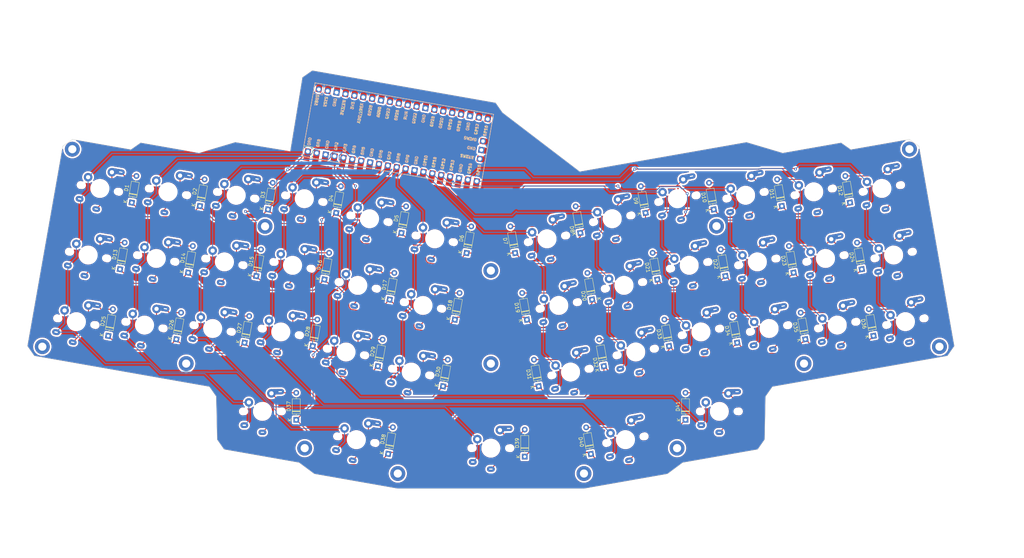
<source format=kicad_pcb>
(kicad_pcb (version 20221018) (generator pcbnew)
  (layers (0 "F.Cu" signal) (31 "B.Cu" signal) (34 "B.Paste" user) (35 "F.Paste" user) (36 "B.SilkS" user "B.Silkscreen") (37 "F.SilkS" user "F.Silkscreen") (38 "B.Mask" user) (39 "F.Mask" user) (44 "Edge.Cuts" user))
  (net 0 "")
  (net 1 "Net-(D1-A)")
  (net 2 "Net-(D2-A)")
  (net 3 "Net-(D3-A)")
  (net 4 "Net-(D4-A)")
  (net 5 "Net-(D5-A)")
  (net 6 "Net-(D6-A)")
  (net 7 "Net-(D7-A)")
  (net 8 "Net-(D8-A)")
  (net 9 "Net-(D9-A)")
  (net 10 "Net-(D10-A)")
  (net 11 "Net-(D11-A)")
  (net 12 "Net-(D12-A)")
  (net 13 "Net-(D13-A)")
  (net 14 "Net-(D14-A)")
  (net 15 "Net-(D15-A)")
  (net 16 "Net-(D16-A)")
  (net 17 "Net-(D17-A)")
  (net 18 "Net-(D18-A)")
  (net 19 "Net-(D19-A)")
  (net 20 "Net-(D20-A)")
  (net 21 "Net-(D21-A)")
  (net 22 "Net-(D22-A)")
  (net 23 "Net-(D23-A)")
  (net 24 "Net-(D24-A)")
  (net 25 "Net-(D25-A)")
  (net 26 "Net-(D26-A)")
  (net 27 "Net-(D27-A)")
  (net 28 "Net-(D28-A)")
  (net 29 "Net-(D29-A)")
  (net 30 "Net-(D30-A)")
  (net 31 "Net-(D31-A)")
  (net 32 "Net-(D32-A)")
  (net 33 "Net-(D33-A)")
  (net 34 "Net-(D34-A)")
  (net 35 "Net-(D35-A)")
  (net 36 "Net-(D36-A)")
  (net 37 "Net-(D37-A)")
  (net 38 "Net-(D38-A)")
  (net 39 "Net-(D39-A)")
  (net 40 "Net-(D40-A)")
  (net 41 "Net-(D41-A)")
  (net 42 "COL0")
  (net 43 "COL1")
  (net 44 "COL2")
  (net 45 "COL3")
  (net 46 "COL4")
  (net 47 "COL5")
  (net 48 "COL6")
  (net 49 "COL7")
  (net 50 "COL8")
  (net 51 "COL9")
  (net 52 "COL10")
  (net 53 "COL11")
  (net 54 "ROW0")
  (net 55 "ROW1")
  (net 56 "ROW3")
  (net 57 "ROW4")
  (footprint "kbd:CherryMX_ChocV2_1u" (layer "F.Cu") (at 88.530535 86.328828 -10)
    (fp_text reference "S28")
    (fp_text value "Keyswitch" hide)
  )
  (footprint "kbd:CherryMX_ChocV2_1u" (layer "F.Cu") (at 106.877623 91.981899 -10)
    (fp_text reference "S29")
    (fp_text value "Keyswitch" hide)
  )
  (footprint "ScottoKeebs_Components:Diode_DO-35" (layer "F.Cu") (at 65.76515 50.880876 80)
    (fp_text reference "D2")
    (fp_text value "Diode")
  )
  (footprint "kbd:CherryMX_ChocV2_1u" (layer "F.Cu") (at 225.918551 85.365904 10)
    (fp_text reference "S34")
    (fp_text value "Keyswitch" hide)
  )
  (footprint "kbd:CherryMX_ChocV2_1u" (layer "F.Cu") (at 95.146531 48.807653 -10)
    (fp_text reference "S4")
    (fp_text value "Keyswitch" hide)
  )
  (footprint "ScottoKeebs_Components:Diode_DO-35" (layer "F.Cu") (at 229.50985 50.880877 100)
    (fp_text reference "D11")
    (fp_text value "Diode")
  )
  (footprint "kbd:CherryMX_ChocV2_1u" (layer "F.Cu") (at 110.185621 73.221311 -10)
    (fp_text reference "S17")
    (fp_text value "Keyswitch" hide)
  )
  (footprint "ScottoKeebs_Components:Diode_DO-35" (layer "F.Cu") (at 39.975068 87.439127 80)
    (fp_text reference "D25")
    (fp_text value "Diode")
  )
  (footprint "ScottoKeebs_Components:Diode_DO-35" (layer "F.Cu") (at 140.807501 64.112867 80)
    (fp_text reference "D6")
    (fp_text value "Diode")
  )
  (footprint "ScottoKeebs_Components:Diode_DO-35" (layer "F.Cu") (at 179.430583 95.980972 100)
    (fp_text reference "D32")
    (fp_text value "Diode")
  )
  (footprint "kbd:CherryMX_ChocV2_1u" (layer "F.Cu") (at 163.434293 60.113795 10)
    (fp_text reference "S7")
    (fp_text value "Keyswitch" hide)
  )
  (footprint "kbd:CherryMX_ChocV2_1u" (layer "F.Cu") (at 37.62427 45.918879 -10)
    (fp_text reference "S1")
    (fp_text value "Keyswitch" hide)
  )
  (footprint "kbd:M2_Hole_TH" (layer "F.Cu") (at 84.1 56.6)
    (fp_text reference "REF**" hide)
    (fp_text value "M2_Hole_TH")
  )
  (footprint "ScottoKeebs_Components:Diode_DO-35" (layer "F.Cu") (at 100.805327 71.567312 80)
    (fp_text reference "D16")
    (fp_text value "Diode")
  )
  (footprint "kbd:CherryMX_ChocV2_1u" (layer "F.Cu") (at 113.493619 54.460724 -10)
    (fp_text reference "S5")
    (fp_text value "Keyswitch" hide)
  )
  (footprint "ScottoKeebs_Components:Diode_DO-35" (layer "F.Cu") (at 78.323242 89.364976 80)
    (fp_text reference "D27")
    (fp_text value "Diode")
  )
  (footprint "kbd:CherryMX_ChocV2_1u" (layer "F.Cu") (at 181.781381 54.460723 10)
    (fp_text reference "S8")
    (fp_text value "Keyswitch" hide)
  )
  (footprint "ScottoKeebs_Components:Diode_DO-35" (layer "F.Cu") (at 154.467498 64.112868 100)
    (fp_text reference "D7")
    (fp_text value "Diode")
  )
  (footprint "ScottoKeebs_Components:Diode_DO-35" (layer "F.Cu") (at 251.991935 68.678541 100)
    (fp_text reference "D24")
    (fp_text value "Diode")
  )
  (footprint "kbd:CherryMX_ChocV2_1u" (layer "F.Cu") (at 211.916743 108.705441)
    (fp_text reference "S41")
    (fp_text value "Keyswitch" hide)
  )
  (footprint "ScottoKeebs_Components:Diode_DO-35" (layer "F.Cu") (at 157.1625 121.44375 90)
    (fp_text reference "D39")
    (fp_text value "Diode")
  )
  (footprint "kbd:CherryMX_ChocV2_1u" (layer "F.Cu") (at 188.397377 91.9819 10)
    (fp_text reference "S32")
    (fp_text value "Keyswitch" hide)
  )
  (footprint "ScottoKeebs_Components:Diode_DO-35" (layer "F.Cu") (at 62.457152 69.641464 80)
    (fp_text reference "D14")
    (fp_text value "Diode")
  )
  (footprint "kbd:CherryMX_ChocV2_1u" (layer "F.Cu") (at 131.840707 60.113795 -10)
    (fp_text reference "S6")
    (fp_text value "Keyswitch" hide)
  )
  (footprint "kbd:CherryMX_ChocV2_1u" (layer "F.Cu") (at 245.09264 84.40298 10)
    (fp_text reference "S35")
    (fp_text value "Keyswitch" hide)
  )
  (footprint "kbd:CherryMX_ChocV2_1u" (layer "F.Cu") (at 69.356448 85.365903 -10)
    (fp_text reference "S27")
    (fp_text value "Keyswitch" hide)
  )
  (footprint "kbd:M2_Hole_TH" (layer "F.Cu") (at 173.83125 126.20625)
    (fp_text reference "REF**" hide)
    (fp_text value "M2_Hole_TH")
  )
  (footprint "ScottoKeebs_Components:Diode_DO-35" (layer "F.Cu") (at 197.777671 90.327901 100)
    (fp_text reference "D33")
    (fp_text value "Diode")
  )
  (footprint "ScottoKeebs_Components:Diode_DO-35" (layer "F.Cu") (at 191.161675 52.806725 100)
    (fp_text reference "D9")
    (fp_text value "Diode")
  )
  (footprint "kbd:CherryMX_ChocV2_1u" (layer "F.Cu") (at 238.476644 46.881803 10)
    (fp_text reference "S11")
    (fp_text value "Keyswitch" hide)
  )
  (footprint "ScottoKeebs_Components:Diode_DO-35" (layer "F.Cu") (at 137.499504 82.873454 80)
    (fp_text reference "D18")
    (fp_text value "Diode")
  )
  (footprint "ScottoKeebs_Components:Diode_DO-35" (layer "F.Cu") (at 118.74464 120.672205 80)
    (fp_text reference "D38")
    (fp_text value "Diode")
  )
  (footprint "kbd:CherryMX_ChocV2_1u" (layer "F.Cu") (at 185.089379 73.221312 10)
    (fp_text reference "S20")
    (fp_text value "Keyswitch" hide)
  )
  (footprint "kbd:CherryMX_ChocV2_1u" (layer "F.Cu") (at 91.838533 67.56824 -10)
    (fp_text reference "S16")
    (fp_text value "Keyswitch" hide)
  )
  (footprint "ScottoKeebs_Components:Diode_DO-35" (layer "F.Cu") (at 213.64376 70.604388 100)
    (fp_text reference "D22")
    (fp_text value "Diode")
  )
  (footprint "ScottoKeebs_Components:Diode_DO-35" (layer "F.Cu") (at 176.122585 77.220384 100)
    (fp_text reference "D20")
    (fp_text value "Diode")
  )
  (footprint "kbd:CherryMX_ChocV2_1u" (layer "F.Cu") (at 31.008273 83.440055 -10)
    (fp_text reference "S25")
    (fp_text value "Keyswitch" hide)
  )
  (footprint "kbd:CherryMX_ChocV2_1u" (layer "F.Cu") (at 34.316271 64.679467 -10)
    (fp_text reference "S13")
    (fp_text value "Keyswitch" hide)
  )
  (footprint "kbd:M2_Hole_TH" (layer "F.Cu") (at 121.44375 126.20625)
    (fp_text reference "REF**" hide)
    (fp_text value "M2_Hole_TH")
  )
  (footprint "ScottoKeebs_Components:Diode_DO-35" (layer "F.Cu") (at 134.191506 101.634043 80)
    (fp_text reference "D30")
    (fp_text value "Diode")
  )
  (footprint "kbd:M2_Hole_TH" (layer "F.Cu") (at 147.6375 95.25)
    (fp_text reference "REF**" hide)
    (fp_text value "M2_Hole_TH")
  )
  (footprint "kbd:CherryMX_ChocV2_1u" (layer "F.Cu") (at 219.302557 47.844729 10)
    (fp_text reference "S10")
    (fp_text value "Keyswitch" hide)
  )
  (footprint "ScottoKeebs_Components:Diode_DO-35" (layer "F.Cu") (at 248.683937 49.917953 100)
    (fp_text reference "D12")
    (fp_text value "Diode")
  )
  (footprint "ScottoKeebs_Components:Diode_DO-35" (layer "F.Cu") (at 172.814587 58.459797 100)
    (fp_text reference "D8")
    (fp_text value "Diode")
  )
  (footprint "ScottoKeebs_Components:Diode_DO-35" (layer "F.Cu") (at 194.469673 71.567313 100)
    (fp_text reference "D21")
    (fp_text value "Diode")
  )
  (footprint "kbd:CherryMX_ChocV2_1u" (layer "F.Cu") (at 147.6375 119.0625)
    (fp_text reference "S39")
    (fp_text value "Keyswitch" hide)
  )
  (footprint "kbd:CherryMX_ChocV2_1u" (layer "F.Cu") (at 206.744465 86.328828 10)
    (fp_text reference "S33")
    (fp_text value "Keyswitch" hide)
  )
  (footprint "kbd:CherryMX_ChocV2_1u" (layer "F.Cu") (at 257.650731 45.91888 10)
    (fp_text reference "S12")
    (fp_text value "Keyswitch" hide)
  )
  (footprint "ScottoKeebs_Components:Diode_DO-35" (layer "F.Cu") (at 92.883256 111.08669 90)
    (fp_text reference "D37")
    (fp_text value "Diode")
  )
  (footprint "ScottoKeebs_Components:Diode_DO-35" (layer "F.Cu") (at 232.817848 69.641464 100)
    (fp_text reference "D23")
    (fp_text value "Diode")
  )
  (footprint "kbd:M2_Hole_TH" (layer "F.Cu") (at 147.6375 69.05625)
    (fp_text reference "REF**" hide)
    (fp_text value "M2_Hole_TH")
  )
  (footprint "ScottoKeebs_Components:Diode_DO-35" (layer "F.Cu") (at 46.591063 49.917952 80)
    (fp_text reference "D1")
    (fp_text value "Diode")
  )
  (footprint "kbd:CherryMX_ChocV2_1u" (layer "F.Cu") (at 260.958729 64.679468 10)
    (fp_text reference "S24")
    (fp_text value "Keyswitch" hide)
  )
  (footprint "kbd:CherryMX_ChocV2_1u" (layer "F.Cu") (at 109.777846 116.673133 -10)
    (fp_text reference "S38")
    (fp_text value "Keyswitch" hide)
  )
  (footprint "kbd:CherryMX_ChocV2_1u" (layer "F.Cu") (at 264.266727 83.440055 10)
    (fp_text reference "S36")
    (fp_text value "Keyswitch" hide)
  )
  (footprint "ScottoKeebs_Components:Diode_DO-35" (layer "F.Cu") (at 157.775497 82.873455 100)
    (fp_text reference "D19")
    (fp_text value "Diode")
  )
  (footprint "kbd:CherryMX_ChocV2_1u" (layer "F.Cu") (at 185.497154 116.673133 10)
    (fp_text reference "S40")
    (fp_text value "Keyswitch" hide)
  )
  (footprint "kbd:CherryMX_ChocV2_1u" (layer "F.Cu") (at 241.784642 65.642392 10)
    (fp_text reference "S23")
    (fp_text value "Keyswitch" hide)
  )
  (footprint "ScottoKeebs_MCU:Raspberry_Pi_Pico" (layer "F.Cu") (at 121.44375 30.95625 80)
    (fp_text reference "U1" hide)
    (fp_text value "Raspberry_Pi_Pico" hide)
  )
  (footprint "ScottoKeebs_Components:Diode_DO-35" (layer "F.Cu") (at 97.49733 90.3279 80)
    (fp_text reference "D28")
    (fp_text value "Diode")
  )
  (footprint "kbd:CherryMX_ChocV2_1u" (layer "F.Cu") (at 53.490358 65.642392 -10)
    (fp_text reference "S14")
    (fp_text value "Keyswitch" hide)
  )
  (footprint "kbd:M2_Hole_TH" (layer "F.Cu") (at 211.125 56.55)
    (fp_text reference "REF**" hide)
    (fp_text value "M2_Hole_TH")
  )
  (footprint "ScottoKeebs_Components:Diode_DO-35" (layer "F.Cu") (at 115.844418 95.980972 80)
    (fp_text reference "D29")
    (fp_text value "Diode")
  )
  (footprint "ScottoKeebs_Components:Diode_DO-35" (layer "F.Cu") (at 236.125845 88.402052 100)
    (fp_text reference "D35")
    (fp_text value "Diode")
  )
  (footprint "kbd:M2_Hole_TH" (layer "F.Cu") (at 265.4 34.85)
    (fp_text reference "REF**" hide)
    (fp_text value "M2_Hole_TH")
  )
  (footprint "ScottoKeebs_Components:Diode_DO-35" (layer "F.Cu") (at 43.283066 68.678539 80)
    (fp_text reference "D13")
    (fp_text value "Diode")
  )
  (footprint "ScottoKeebs_Components:Diode_DO-35" (layer "F.Cu") (at 104.113326 52.806725 80)
    (fp_text reference "D4")
    (fp_text value "Diode")
  )
  (footprint "kbd:M2_Hole_TH" (layer "F.Cu") (at 95.25 119.0625)
    (fp_text reference "REF**" hide)
    (fp_text value "M2_Hole_TH")
  )
  (footprint "ScottoKeebs_Components:Diode_DO-35" (layer "F.Cu") (at 210.335761 51.843801 100)
    (fp_text reference "D10")
    (fp_text value "Diode")
  )
  (footprint "ScottoKeebs_Components:Diode_DO-35" (layer "F.Cu") (at 255.299933 87.439128 100)
    (fp_text reference "D36")
    (fp_text value "Diode")
  )
  (footprint "ScottoKeebs_Components:Diode_DO-35" (layer "F.Cu") (at 161.083495 101.634043 100)
    (fp_text reference "D31")
    (fp_text value "Diode")
  )
  (footprint "ScottoKeebs_Components:Diode_DO-35" (layer "F.Cu") (at 119.152415 77.220384 80)
    (fp_text reference "D17")
    (fp_text value "Diode")
  )
  (footprint "kbd:CherryMX_ChocV2_1u" (layer "F.Cu") (at 50.182361 84.402979 -10)
    (fp_text reference "S26")
    (fp_text value "Keyswitch" hide)
  )
  (footprint "kbd:CherryMX_ChocV2_1u" (layer "F.Cu") (at 166.742291 78.874383 10)
    (fp_text reference "S19")
    (fp_text value "Keyswitch" hide)
  )
  (footprint "kbd:CherryMX_ChocV2_1u" (layer "F.Cu") (at 203.436467 67.568241 10)
    (fp_text reference "S21")
    (fp_text value "Keyswitch" hide)
  )
  (footprint "kbd:CherryMX_ChocV2_1u" (layer "F.Cu") (at 200.128468 48.807653 10)
    (fp_text reference "S9")
    (fp_text value "Keyswitch" hide)
  )
  (footprint "kbd:CherryMX_ChocV2_1u" (layer "F.Cu") (at 128.532709 78.874383 -10)
    (fp_text reference "S18")
    (fp_text value "Keyswitch" hide)
  )
  (footprint "kbd:CherryMX_ChocV2_1u" (layer "F.Cu") (at 222.610554 66.605316 10)
    (fp_text reference "S22")
    (fp_text value "Keyswitch" hide)
  )
  (footprint "kbd:M2_Hole_TH" (layer "F.Cu") (at 61.9125 95.25)
    (fp_text reference "REF**" hide)
    (fp_text value "M2_Hole_TH")
  )
  (footprint "ScottoKeebs_Components:Diode_DO-35" (layer "F.Cu") (at 175.771677 120.710035 100)
    (fp_text reference "D40")
    (fp_text value "Diode")
  )
  (footprint "kbd:CherryMX_ChocV2_1u" (layer "F.Cu") (at 125.224711 97.63497 -10)
    (fp_text reference "S30")
    (fp_text value "Keyswitch" hide)
  )
  (footprint "ScottoKeebs_Components:Diode_DO-35" (layer "F.Cu") (at 84.939237 51.8438 80)
    (fp_text reference "D3")
    (fp_text value "Diode")
  )
  (footprint "ScottoKeebs_Components:Diode_DO-35" (layer "F.Cu") (at 59.149155 88.402052 80)
    (fp_text reference "D26")
    (fp_text value "Diode")
  )
  (footprint "ScottoKeebs_Components:Diode_DO-35" (layer "F.Cu") (at 122.460414 58.459796 80)
    (fp_text reference "D5")
    (fp_text value "Diode")
  )
  (footprint "ScottoKeebs_Components:Diode_DO-35" (layer "F.Cu") (at 216.951758 89.364976 100)
    (fp_text reference "D34")
    (fp_text value "Diode")
  )
  (footprint "kbd:CherryMX_ChocV2_1u" (layer "F.Cu") (at 83.358256 108.70544)
    (fp_text reference "S37")
    (fp_text value "Keyswitch" hide)
  )
  (footprint "kbd:M2_Hole_TH" (layer "F.Cu") (at 200.025 119.0625)
    (fp_text reference "REF**" hide)
    (fp_text value "M2_Hole_TH")
  )
  (footprint "kbd:CherryMX_ChocV2_1u" (layer "F.Cu") (at 75.972445 47.844728 -10)
    (fp_text reference "S3")
    (fp_text value "Keyswitch" hide)
  )
  (footprint "kbd:M2_Hole_TH" (layer "F.Cu") (at 235.74375 95.25)
    (fp_text reference "REF**" hide)
    (fp_text value "M2_Hole_TH")
  )
  (footprint "kbd:M2_Hole_TH" (layer "F.Cu") (at 29.875 34.875)
    (fp_text reference "REF**" hide)
    (fp_text value "M2_Hole_TH")
  )
  (footprint "kbd:M2_Hole_TH" (layer "F.Cu") (at 21.43125 90.4875)
    (fp_text reference "REF**" hide)
    (fp_text value "M2_Hole_TH")
  )
  (footprint "kbd:M2_Hole_TH" (layer "F.Cu") (at 273.84375 90.4875)
    (fp_text reference "REF**" hide)
    (fp_text value "M2_Hole_TH")
  )
  (footprint "kbd:CherryMX_ChocV2_1u" (layer "F.Cu") (at 72.664447 66.605316 -10)
    (fp_text reference "S15")
    (fp_text value "Keyswitch" hide)
  )
  (footprint "ScottoKeebs_Components:Diode_DO-35" (layer "F.Cu") (at 81.63124 70.604388 80)
    (fp_text reference "D15")
    (fp_text value "Diode")
  )
  (footprint "kbd:CherryMX_ChocV2_1u" (layer "F.Cu") (at 170.050289 97.634972 10)
    (fp_text reference "S31")
    (fp_text value "Keyswitch" hide)
  )
  (footprint "kbd:CherryMX_ChocV2_1u" (layer "F.Cu") (at 56.798356 46.881804 -10)
    (fp_text reference "S2")
    (fp_text value "Keyswitch" hide)
  )
  (footprint "ScottoKeebs_Components:Diode_DO-35" (layer "F.Cu") (at 202.391744 111.086691 90)
    (fp_text reference "D41")
    (fp_text value "Diode")
  )
  (gr_line (start 75.731046 32.911113) (end 91.2 35.47) (stroke (width 0.1)) (layer "Edge.Cuts"))
  (gr_line (start 265.340849 32.089837) (end 268.099421 34.021411) (stroke (width 0.1)) (layer "Edge.Cuts"))
  (gr_line (start 91.2 35.47) (end 94.622497 14.649265) (stroke (width 0.1)) (layer "Edge.Cuts"))
  (gr_line (start 229.751247 35.947261) (end 246.166762 33.052763) (stroke (width 0.1)) (layer "Edge.Cuts"))
  (gr_line (start 70.638849 116.642682) (end 70.361274 104.503816) (stroke (width 0.1)) (layer "Edge.Cuts"))
  (gr_line (start 65.523753 35.947261) (end 75.731046 32.911113) (stroke (width 0.1)) (layer "Edge.Cuts"))
  (gr_line (start 121.403467 130.429823) (end 173.871533 130.429823) (stroke (width 0.1)) (layer "Edge.Cuts"))
  (gr_line (start 70.361274 104.503816) (end 68.429701 101.745243) (stroke (width 0.1)) (layer "Edge.Cuts"))
  (gr_line (start 150.90426 24.573258) (end 172.642485 41.181106) (stroke (width 0.1)) (layer "Edge.Cuts"))
  (gr_line (start 29.934151 32.089837) (end 46.349666 34.984337) (stroke (width 0.1)) (layer "Edge.Cuts"))
  (gr_line (start 246.166762 33.052763) (end 248.925334 34.984337) (stroke (width 0.1)) (layer "Edge.Cuts"))
  (gr_line (start 224.636151 116.642682) (end 222.704577 119.401255) (stroke (width 0.1)) (layer "Edge.Cuts"))
  (gr_line (start 27.175579 34.021411) (end 29.934151 32.089837) (stroke (width 0.1)) (layer "Edge.Cuts"))
  (gr_line (start 94.622497 14.649265) (end 97.38107 12.717691) (stroke (width 0.1)) (layer "Edge.Cuts"))
  (gr_line (start 46.349666 34.984337) (end 49.108238 33.052763) (stroke (width 0.1)) (layer "Edge.Cuts"))
  (gr_line (start 248.925334 34.984337) (end 265.340849 32.089837) (stroke (width 0.1)) (layer "Edge.Cuts"))
  (gr_line (start 68.429701 101.745243) (end 19.183158 93.061747) (stroke (width 0.1)) (layer "Edge.Cuts"))
  (gr_line (start 268.099421 34.021411) (end 278.023415 90.303174) (stroke (width 0.1)) (layer "Edge.Cuts"))
  (gr_line (start 93.676084 123.122753) (end 72.570423 119.401255) (stroke (width 0.1)) (layer "Edge.Cuts"))
  (gr_line (start 172.642485 41.181106) (end 219.543954 32.911113) (stroke (width 0.1)) (layer "Edge.Cuts"))
  (gr_line (start 222.704577 119.401255) (end 201.598916 123.122753) (stroke (width 0.1)) (layer "Edge.Cuts"))
  (gr_line (start 72.570423 119.401255) (end 70.638849 116.642682) (stroke (width 0.1)) (layer "Edge.Cuts"))
  (gr_line (start 148.972686 21.814685) (end 150.90426 24.573258) (stroke (width 0.1)) (layer "Edge.Cuts"))
  (gr_line (start 197.322269 126.294825) (end 173.871533 130.429823) (stroke (width 0.1)) (layer "Edge.Cuts"))
  (gr_line (start 17.251585 90.303174) (end 27.175579 34.021411) (stroke (width 0.1)) (layer "Edge.Cuts"))
  (gr_line (start 276.091842 93.061747) (end 226.845299 101.745243) (stroke (width 0.1)) (layer "Edge.Cuts"))
  (gr_line (start 219.543954 32.911113) (end 229.751247 35.947261) (stroke (width 0.1)) (layer "Edge.Cuts"))
  (gr_line (start 49.108238 33.052763) (end 65.523753 35.947261) (stroke (width 0.1)) (layer "Edge.Cuts"))
  (gr_line (start 226.845299 101.745243) (end 224.913726 104.503816) (stroke (width 0.1)) (layer "Edge.Cuts"))
  (gr_line (start 19.183158 93.061747) (end 17.251585 90.303174) (stroke (width 0.1)) (layer "Edge.Cuts"))
  (gr_line (start 224.913726 104.503816) (end 224.636151 116.642682) (stroke (width 0.1)) (layer "Edge.Cuts"))
  (gr_line (start 201.598916 123.122753) (end 197.322269 126.294825) (stroke (width 0.1)) (layer "Edge.Cuts"))
  (gr_line (start 121.403467 130.429823) (end 97.952731 126.294825) (stroke (width 0.1)) (layer "Edge.Cuts"))
  (gr_line (start 97.38107 12.717691) (end 148.972686 21.814685) (stroke (width 0.1)) (layer "Edge.Cuts"))
  (gr_line (start 278.023415 90.303174) (end 276.091842 93.061747) (stroke (width 0.1)) (layer "Edge.Cuts"))
  (gr_line (start 97.952731 126.294825) (end 93.676084 123.122753) (stroke (width 0.1)) (layer "Edge.Cuts"))
  (segment (start 41.007814 47.321177) (end 36.599746 51.729245) (width 0.25) (layer "F.Cu") (net 1))
  (segment (start 41.007814 41.357122) (end 41.007814 47.321177) (width 0.25) (layer "F.Cu") (net 1))
  (segment (start 44.604336 42.413717) (end 43.512056 41.321437) (width 0.25) (layer "F.Cu") (net 1))
  (segment (start 47.914262 42.413717) (end 44.604336 42.413717) (width 0.25) (layer "F.Cu") (net 1))
  (segment (start 67.088349 43.376641) (end 63.778421 43.376641) (width 0.25) (layer "F.Cu") (net 2))
  (segment (start 60.1819 47.493413) (end 55.773832 51.901481) (width 0.25) (layer "F.Cu") (net 2))
  (segment (start 63.778421 43.376641) (end 62.686142 42.284362) (width 0.25) (layer "F.Cu") (net 2))
  (segment (start 55.773832 51.901481) (end 55.773832 52.69217) (width 0.25) (layer "F.Cu") (net 2))
  (segment (start 60.1819 42.320047) (end 60.1819 47.493413) (width 0.25) (layer "F.Cu") (net 2))
  (segment (start 86.262436 44.339565) (end 82.95251 44.339565) (width 0.25) (layer "F.Cu") (net 3))
  (segment (start 82.95251 44.339565) (end 81.860231 43.247286) (width 0.25) (layer "F.Cu") (net 3))
  (segment (start 79.355989 43.282971) (end 79.355989 49.247026) (width 0.25) (layer "F.Cu") (net 3))
  (segment (start 79.355989 49.247026) (end 74.947921 53.655094) (width 0.25) (layer "F.Cu") (net 3))
  (segment (start 98.530075 50.209951) (end 94.122007 54.618019) (width 0.25) (layer "F.Cu") (net 4))
  (segment (start 102.126596 45.30249) (end 101.034317 44.210211) (width 0.25) (layer "F.Cu") (net 4))
  (segment (start 98.530075 44.245896) (end 98.530075 50.209951) (width 0.25) (layer "F.Cu") (net 4))
  (segment (start 105.436525 45.30249) (end 102.126596 45.30249) (width 0.25) (layer "F.Cu") (net 4))
  (segment (start 112.469095 60.27109) (end 116.877163 55.863022) (width 0.25) (layer "F.Cu") (net 5))
  (segment (start 123.783613 50.955561) (end 120.473684 50.955561) (width 0.25) (layer "F.Cu") (net 5))
  (segment (start 120.473684 50.955561) (end 119.381405 49.863282) (width 0.25) (layer "F.Cu") (net 5))
  (segment (start 116.877163 55.863022) (end 116.877163 49.898967) (width 0.25) (layer "F.Cu") (net 5))
  (segment (start 130.816183 65.924161) (end 135.224251 61.516093) (width 0.25) (layer "F.Cu") (net 6))
  (segment (start 135.224251 61.516093) (end 135.224251 55.552038) (width 0.25) (layer "F.Cu") (net 6))
  (segment (start 138.820772 56.608632) (end 137.728493 55.516353) (width 0.25) (layer "F.Cu") (net 6))
  (segment (start 142.1307 56.608632) (end 138.820772 56.608632) (width 0.25) (layer "F.Cu") (net 6))
  (segment (start 166.259293 55.875626) (end 166.259293 64.123685) (width 0.25) (layer "F.Cu") (net 7))
  (segment (start 165.053572 54.669905) (end 166.259293 55.875626) (width 0.25) (layer "F.Cu") (net 7))
  (segment (start 166.259293 64.123685) (end 164.458817 65.924161) (width 0.25) (layer "F.Cu") (net 7))
  (segment (start 153.144299 56.608633) (end 164.565822 56.608633) (width 0.25) (layer "F.Cu") (net 7))
  (segment (start 164.565822 56.608633) (end 167.394584 53.779871) (width 0.25) (layer "F.Cu") (net 7))
  (segment (start 182.912909 50.955562) (end 185.741672 48.126799) (width 0.25) (layer "F.Cu") (net 8))
  (segment (start 184.606381 58.470613) (end 182.805905 60.271089) (width 0.25) (layer "F.Cu") (net 8))
  (segment (start 184.606381 50.222554) (end 184.606381 58.470613) (width 0.25) (layer "F.Cu") (net 8))
  (segment (start 183.40066 49.016833) (end 184.606381 50.222554) (width 0.25) (layer "F.Cu") (net 8))
  (segment (start 171.491388 50.955562) (end 182.912909 50.955562) (width 0.25) (layer "F.Cu") (net 8))
  (segment (start 199.94638 45.16513) (end 201.747747 43.363763) (width 0.25) (layer "F.Cu") (net 9))
  (segment (start 202.40625 53.364761) (end 202.40625 52.568801) (width 0.25) (layer "F.Cu") (net 9))
  (segment (start 199.80902 45.30249) (end 199.94638 45.16513) (width 0.25) (layer "F.Cu") (net 9))
  (segment (start 202.879727 47.379165) (end 200.665692 45.16513) (width 0.25) (layer "F.Cu") (net 9))
  (segment (start 201.152992 54.618019) (end 202.40625 53.364761) (width 0.25) (layer "F.Cu") (net 9))
  (segment (start 200.665692 45.16513) (end 199.94638 45.16513) (width 0.25) (layer "F.Cu") (net 9))
  (segment (start 189.838476 45.30249) (end 199.80902 45.30249) (width 0.25) (layer "F.Cu") (net 9))
  (via (at 202.879727 47.379165) (size 0.8) (drill 0.4) (layers "F.Cu" "B.Cu") (net 9))
  (via (at 202.40625 52.568801) (size 0.8) (drill 0.4) (layers "F.Cu" "B.Cu") (net 9))
  (segment (start 202.953468 52.021583) (end 202.953468 47.452906) (width 0.25) (layer "B.Cu") (net 9))
  (segment (start 202.953468 47.452906) (end 202.879727 47.379165) (width 0.25) (layer "B.Cu") (net 9))
  (segment (start 202.40625 52.568801) (end 202.953468 52.021583) (width 0.25) (layer "B.Cu") (net 9))
  (segment (start 209.012562 44.339566) (end 218.983109 44.339566) (width 0.25) (layer "F.Cu") (net 10))
  (segment (start 222.127557 51.854619) (end 220.327081 53.655095) (width 0.25) (layer "F.Cu") (net 10))
  (segment (start 222.127557 43.60656) (end 222.127557 51.854619) (width 0.25) (layer "F.Cu") (net 10))
  (segment (start 218.983109 44.339566) (end 220.921836 42.400839) (width 0.25) (layer "F.Cu") (net 10))
  (segment (start 220.921836 42.400839) (end 222.127557 43.60656) (width 0.25) (layer "F.Cu") (net 10))
  (segment (start 228.186651 43.376642) (end 238.157194 43.376642) (width 0.25) (layer "F.Cu") (net 11))
  (segment (start 238.157194 43.376642) (end 240.095923 41.437913) (width 0.25) (layer "F.Cu") (net 11))
  (segment (start 241.301644 42.643634) (end 241.301644 50.891693) (width 0.25) (layer "F.Cu") (net 11))
  (segment (start 241.301644 50.891693) (end 239.501168 52.692169) (width 0.25) (layer "F.Cu") (net 11))
  (segment (start 240.095923 41.437913) (end 241.301644 42.643634) (width 0.25) (layer "F.Cu") (net 11))
  (segment (start 247.360738 42.413718) (end 257.331282 42.413718) (width 0.25) (layer "F.Cu") (net 12))
  (segment (start 260.475731 49.92877) (end 258.675255 51.729246) (width 0.25) (layer "F.Cu") (net 12))
  (segment (start 257.331282 42.413718) (end 259.27001 40.47499) (width 0.25) (layer "F.Cu") (net 12))
  (segment (start 260.475731 41.680711) (end 260.475731 49.92877) (width 0.25) (layer "F.Cu") (net 12))
  (segment (start 259.27001 40.47499) (end 260.475731 41.680711) (width 0.25) (layer "F.Cu") (net 12))
  (segment (start 37.699815 60.11771) (end 37.699815 66.081765) (width 0.25) (layer "F.Cu") (net 13))
  (segment (start 41.296336 61.174304) (end 40.204057 60.082025) (width 0.25) (layer "F.Cu") (net 13))
  (segment (start 37.699815 66.081765) (end 33.291747 70.489833) (width 0.25) (layer "F.Cu") (net 13))
  (segment (start 44.606265 61.174304) (end 41.296336 61.174304) (width 0.25) (layer "F.Cu") (net 13))
  (segment (start 56.873902 61.080635) (end 56.873902 67.04469) (width 0.25) (layer "F.Cu") (net 14))
  (segment (start 56.873902 67.04469) (end 52.465834 71.452758) (width 0.25) (layer "F.Cu") (net 14))
  (segment (start 60.470423 62.137229) (end 59.378144 61.04495) (width 0.25) (layer "F.Cu") (net 14))
  (segment (start 63.780351 62.137229) (end 60.470423 62.137229) (width 0.25) (layer "F.Cu") (net 14))
  (segment (start 76.047991 68.007614) (end 71.639923 72.415682) (width 0.25) (layer "F.Cu") (net 15))
  (segment (start 79.644512 63.100153) (end 78.552233 62.007874) (width 0.25) (layer "F.Cu") (net 15))
  (segment (start 76.047991 62.043559) (end 76.047991 68.007614) (width 0.25) (layer "F.Cu") (net 15))
  (segment (start 82.954439 63.100153) (end 79.644512 63.100153) (width 0.25) (layer "F.Cu") (net 15))
  (segment (start 90.814009 73.378606) (end 90.814009 72.745308) (width 0.25) (layer "F.Cu") (net 16))
  (segment (start 102.128526 64.063077) (end 98.818598 64.063077) (width 0.25) (layer "F.Cu") (net 16))
  (segment (start 90.814009 72.745308) (end 95.222077 68.33724) (width 0.25) (layer "F.Cu") (net 16))
  (segment (start 95.222077 68.33724) (end 95.222077 63.006483) (width 0.25) (layer "F.Cu") (net 16))
  (segment (start 98.818598 64.063077) (end 97.726319 62.970798) (width 0.25) (layer "F.Cu") (net 16))
  (segment (start 117.165687 69.716149) (end 116.073407 68.623869) (width 0.25) (layer "F.Cu") (net 17))
  (segment (start 120.475614 69.716149) (end 117.165687 69.716149) (width 0.25) (layer "F.Cu") (net 17))
  (segment (start 109.161097 78.398379) (end 113.569165 73.990311) (width 0.25) (layer "F.Cu") (net 17))
  (segment (start 109.161097 79.031677) (end 109.161097 78.398379) (width 0.25) (layer "F.Cu") (net 17))
  (segment (start 113.569165 73.990311) (end 113.569165 68.659554) (width 0.25) (layer "F.Cu") (net 17))
  (segment (start 135.512773 75.369219) (end 134.420495 74.276941) (width 0.25) (layer "F.Cu") (net 18))
  (segment (start 131.916253 80.276681) (end 131.916253 74.312626) (width 0.25) (layer "F.Cu") (net 18))
  (segment (start 138.822703 75.369219) (end 135.512773 75.369219) (width 0.25) (layer "F.Cu") (net 18))
  (segment (start 127.508185 84.684749) (end 131.916253 80.276681) (width 0.25) (layer "F.Cu") (net 18))
  (segment (start 168.36157 73.430493) (end 169.567291 74.636214) (width 0.25) (layer "F.Cu") (net 19))
  (segment (start 169.567291 82.884273) (end 167.766815 84.684749) (width 0.25) (layer "F.Cu") (net 19))
  (segment (start 169.567291 74.636214) (end 169.567291 82.884273) (width 0.25) (layer "F.Cu") (net 19))
  (segment (start 167.873821 75.36922) (end 170.702582 72.540459) (width 0.25) (layer "F.Cu") (net 19))
  (segment (start 156.452298 75.36922) (end 167.873821 75.36922) (width 0.25) (layer "F.Cu") (net 19))
  (segment (start 186.113903 78.204847) (end 186.113903 79.031678) (width 0.25) (layer "F.Cu") (net 20))
  (segment (start 189.04967 66.887388) (end 186.220909 69.716149) (width 0.25) (layer "F.Cu") (net 20))
  (segment (start 187.914379 76.404371) (end 186.113903 78.204847) (width 0.25) (layer "F.Cu") (net 20))
  (segment (start 187.914379 68.983143) (end 187.914379 76.404371) (width 0.25) (layer "F.Cu") (net 20))
  (segment (start 186.708658 67.777422) (end 187.914379 68.983143) (width 0.25) (layer "F.Cu") (net 20))
  (segment (start 186.220909 69.716149) (end 174.799386 69.716149) (width 0.25) (layer "F.Cu") (net 20))
  (segment (start 205.055746 62.124351) (end 206.261467 63.330072) (width 0.25) (layer "F.Cu") (net 21))
  (segment (start 203.117019 64.063078) (end 205.055746 62.124351) (width 0.25) (layer "F.Cu") (net 21))
  (segment (start 206.261467 71.578131) (end 204.460991 73.378607) (width 0.25) (layer "F.Cu") (net 21))
  (segment (start 206.261467 63.330072) (end 206.261467 71.578131) (width 0.25) (layer "F.Cu") (net 21))
  (segment (start 193.146474 64.063078) (end 203.117019 64.063078) (width 0.25) (layer "F.Cu") (net 21))
  (segment (start 222.291106 63.100153) (end 224.229833 61.161426) (width 0.25) (layer "F.Cu") (net 22))
  (segment (start 224.229833 61.161426) (end 225.435554 62.367147) (width 0.25) (layer "F.Cu") (net 22))
  (segment (start 212.320561 63.100153) (end 222.291106 63.100153) (width 0.25) (layer "F.Cu") (net 22))
  (segment (start 225.435554 62.367147) (end 225.435554 70.615206) (width 0.25) (layer "F.Cu") (net 22))
  (segment (start 225.435554 70.615206) (end 223.635078 72.415682) (width 0.25) (layer "F.Cu") (net 22))
  (segment (start 244.609642 69.652282) (end 242.809166 71.452758) (width 0.25) (layer "F.Cu") (net 23))
  (segment (start 231.494649 62.137229) (end 241.465194 62.137229) (width 0.25) (layer "F.Cu") (net 23))
  (segment (start 243.403921 60.198502) (end 244.609642 61.404223) (width 0.25) (layer "F.Cu") (net 23))
  (segment (start 241.465194 62.137229) (end 243.403921 60.198502) (width 0.25) (layer "F.Cu") (net 23))
  (segment (start 244.609642 61.404223) (end 244.609642 69.652282) (width 0.25) (layer "F.Cu") (net 23))
  (segment (start 250.668736 61.174306) (end 260.63928 61.174306) (width 0.25) (layer "F.Cu") (net 24))
  (segment (start 263.783729 60.441299) (end 263.783729 68.689358) (width 0.25) (layer "F.Cu") (net 24))
  (segment (start 260.63928 61.174306) (end 262.578008 59.235578) (width 0.25) (layer "F.Cu") (net 24))
  (segment (start 262.578008 59.235578) (end 263.783729 60.441299) (width 0.25) (layer "F.Cu") (net 24))
  (segment (start 263.783729 68.689358) (end 261.983253 70.489834) (width 0.25) (layer "F.Cu") (net 24))
  (segment (start 37.988338 79.934892) (end 36.896059 78.842613) (width 0.25) (layer "F.Cu") (net 25))
  (segment (start 41.298267 79.934892) (end 37.988338 79.934892) (width 0.25) (layer "F.Cu") (net 25))
  (segment (start 29.983749 89.250421) (end 34.391817 84.842353) (width 0.25) (layer "F.Cu") (net 25))
  (segment (start 34.391817 84.842353) (end 34.391817 78.878298) (width 0.25) (layer "F.Cu") (net 25))
  (segment (start 57.162427 80.897817) (end 56.070147 79.805537) (width 0.25) (layer "F.Cu") (net 26))
  (segment (start 60.472354 80.897817) (end 57.162427 80.897817) (width 0.25) (layer "F.Cu") (net 26))
  (segment (start 49.157837 90.213345) (end 53.565905 85.805277) (width 0.25) (layer "F.Cu") (net 26))
  (segment (start 53.565905 85.805277) (end 53.565905 79.841222) (width 0.25) (layer "F.Cu") (net 26))
  (segment (start 76.336514 81.860741) (end 75.244234 80.768461) (width 0.25) (layer "F.Cu") (net 27))
  (segment (start 79.646441 81.860741) (end 76.336514 81.860741) (width 0.25) (layer "F.Cu") (net 27))
  (segment (start 68.331924 91.176269) (end 72.739992 86.768201) (width 0.25) (layer "F.Cu") (net 27))
  (segment (start 72.739992 86.768201) (end 72.739992 80.804146) (width 0.25) (layer "F.Cu") (net 27))
  (segment (start 98.820529 82.823665) (end 95.5106 82.823665) (width 0.25) (layer "F.Cu") (net 28))
  (segment (start 95.5106 82.823665) (end 94.418321 81.731386) (width 0.25) (layer "F.Cu") (net 28))
  (segment (start 87.506011 92.139194) (end 91.914079 87.731126) (width 0.25) (layer "F.Cu") (net 28))
  (segment (start 91.914079 87.731126) (end 91.914079 81.767071) (width 0.25) (layer "F.Cu") (net 28))
  (segment (start 110.261167 93.384197) (end 110.261167 87.420142) (width 0.25) (layer "F.Cu") (net 29))
  (segment (start 105.853099 97.792265) (end 110.261167 93.384197) (width 0.25) (layer "F.Cu") (net 29))
  (segment (start 113.857689 88.476737) (end 112.765409 87.384457) (width 0.25) (layer "F.Cu") (net 29))
  (segment (start 117.167617 88.476737) (end 113.857689 88.476737) (width 0.25) (layer "F.Cu") (net 29))
  (segment (start 124.200187 103.445336) (end 128.608255 99.037268) (width 0.25) (layer "F.Cu") (net 30))
  (segment (start 128.608255 99.037268) (end 128.608255 93.073213) (width 0.25) (layer "F.Cu") (net 30))
  (segment (start 135.514705 94.129808) (end 132.204777 94.129808) (width 0.25) (layer "F.Cu") (net 30))
  (segment (start 132.204777 94.129808) (end 131.112497 93.037528) (width 0.25) (layer "F.Cu") (net 30))
  (segment (start 159.760296 94.129808) (end 171.18182 94.129808) (width 0.25) (layer "F.Cu") (net 31))
  (segment (start 171.18182 94.129808) (end 174.01058 91.301048) (width 0.25) (layer "F.Cu") (net 31))
  (segment (start 171.669568 92.191082) (end 172.875289 93.396803) (width 0.25) (layer "F.Cu") (net 31))
  (segment (start 172.875289 93.396803) (end 172.875289 101.644862) (width 0.25) (layer "F.Cu") (net 31))
  (segment (start 172.875289 101.644862) (end 171.074813 103.445338) (width 0.25) (layer "F.Cu") (net 31))
  (segment (start 190.016656 86.53801) (end 191.222377 87.743731) (width 0.25) (layer "F.Cu") (net 32))
  (segment (start 189.528907 88.476737) (end 192.357668 85.647976) (width 0.25) (layer "F.Cu") (net 32))
  (segment (start 191.222377 87.743731) (end 191.222377 95.99179) (width 0.25) (layer "F.Cu") (net 32))
  (segment (start 178.107384 88.476737) (end 189.528907 88.476737) (width 0.25) (layer "F.Cu") (net 32))
  (segment (start 191.222377 95.99179) (end 189.421901 97.792266) (width 0.25) (layer "F.Cu") (net 32))
  (segment (start 209.569465 90.338718) (end 207.768989 92.139194) (width 0.25) (layer "F.Cu") (net 33))
  (segment (start 206.425016 82.823666) (end 208.363744 80.884938) (width 0.25) (layer "F.Cu") (net 33))
  (segment (start 209.569465 82.090659) (end 209.569465 90.338718) (width 0.25) (layer "F.Cu") (net 33))
  (segment (start 208.363744 80.884938) (end 209.569465 82.090659) (width 0.25) (layer "F.Cu") (net 33))
  (segment (start 196.454472 82.823666) (end 206.425016 82.823666) (width 0.25) (layer "F.Cu") (net 33))
  (segment (start 225.599103 81.860741) (end 227.53783 79.922014) (width 0.25) (layer "F.Cu") (net 34))
  (segment (start 215.628559 81.860741) (end 225.599103 81.860741) (width 0.25) (layer "F.Cu") (net 34))
  (segment (start 228.743551 89.375794) (end 226.943075 91.17627) (width 0.25) (layer "F.Cu") (net 34))
  (segment (start 228.743551 81.127735) (end 228.743551 89.375794) (width 0.25) (layer "F.Cu") (net 34))
  (segment (start 227.53783 79.922014) (end 228.743551 81.127735) (width 0.25) (layer "F.Cu") (net 34))
  (segment (start 246.711919 78.95909) (end 247.91764 80.164811) (width 0.25) (layer "F.Cu") (net 35))
  (segment (start 247.91764 80.164811) (end 247.91764 88.41287) (width 0.25) (layer "F.Cu") (net 35))
  (segment (start 244.773192 80.897817) (end 246.711919 78.95909) (width 0.25) (layer "F.Cu") (net 35))
  (segment (start 234.802646 80.897817) (end 244.773192 80.897817) (width 0.25) (layer "F.Cu") (net 35))
  (segment (start 247.91764 88.41287) (end 246.117164 90.213346) (width 0.25) (layer "F.Cu") (net 35))
  (segment (start 265.886006 77.996165) (end 267.091727 79.201886) (width 0.25) (layer "F.Cu") (net 36))
  (segment (start 267.091727 79.201886) (end 267.091727 87.449945) (width 0.25) (layer "F.Cu") (net 36))
  (segment (start 253.976734 79.934893) (end 263.947278 79.934893) (width 0.25) (layer "F.Cu") (net 36))
  (segment (start 267.091727 87.449945) (end 265.291251 89.250421) (width 0.25) (layer "F.Cu") (net 36))
  (segment (start 263.947278 79.934893) (end 265.886006 77.996165) (width 0.25) (layer "F.Cu") (net 36))
  (segment (start 83.358256 114.60544) (end 87.213256 110.75044) (width 0.25) (layer "F.Cu") (net 37))
  (segment (start 87.213256 104.94044) (end 85.898256 103.62544) (width 0.25) (layer "F.Cu") (net 37))
  (segment (start 88.669506 103.46669) (end 88.358256 103.15544) (width 0.25) (layer "F.Cu") (net 37))
  (segment (start 87.213256 110.75044) (end 87.213256 104.94044) (width 0.25) (layer "F.Cu") (net 37))
  (segment (start 92.883256 103.46669) (end 88.669506 103.46669) (width 0.25) (layer "F.Cu") (net 37))
  (segment (start 116.757911 113.16797) (end 115.665632 112.075691) (width 0.25) (layer "F.Cu") (net 38))
  (segment (start 108.753322 122.483499) (end 113.16139 118.075431) (width 0.25) (layer "F.Cu") (net 38))
  (segment (start 120.067839 113.16797) (end 116.757911 113.16797) (width 0.25) (layer "F.Cu") (net 38))
  (segment (start 113.16139 118.075431) (end 113.16139 112.111376) (width 0.25) (layer "F.Cu") (net 38))
  (segment (start 155.47875 115.5075) (end 151.7025 115.5075) (width 0.25) (layer "F.Cu") (net 39))
  (segment (start 150.1775 113.9825) (end 151.3775 115.1825) (width 0.25) (layer "F.Cu") (net 39))
  (segment (start 151.3775 115.1825) (end 151.3775 121.2225) (width 0.25) (layer "F.Cu") (net 39))
  (segment (start 151.3775 121.2225) (end 147.6375 124.9625) (width 0.25) (layer "F.Cu") (net 39))
  (segment (start 151.7025 115.5075) (end 151.255838 115.060838) (width 0.25) (layer "F.Cu") (net 39))
  (segment (start 157.1625 113.82375) (end 155.47875 115.5075) (width 0.25) (layer "F.Cu") (net 39))
  (segment (start 188.322154 120.683023) (end 186.521678 122.483499) (width 0.25) (layer "F.Cu") (net 40))
  (segment (start 174.448478 113.2058) (end 185.139876 113.2058) (width 0.25) (layer "F.Cu") (net 40))
  (segment (start 187.116433 111.229243) (end 188.322154 112.434964) (width 0.25) (layer "F.Cu") (net 40))
  (segment (start 188.322154 112.434964) (end 188.322154 120.683023) (width 0.25) (layer "F.Cu") (net 40))
  (segment (start 185.139876 113.2058) (end 187.116433 111.229243) (width 0.25) (layer "F.Cu") (net 40))
  (segment (start 214.456743 103.625441) (end 215.656743 104.825441) (width 0.25) (layer "F.Cu") (net 41))
  (segment (start 214.297993 103.466691) (end 214.456743 103.625441) (width 0.25) (layer "F.Cu") (net 41))
  (segment (start 202.391744 103.466691) (end 214.297993 103.466691) (width 0.25) (layer "F.Cu") (net 41))
  (segment (start 215.656743 110.865441) (end 211.916743 114.605441) (width 0.25) (layer "F.Cu") (net 41))
  (segment (start 215.656743 104.825441) (end 215.656743 110.865441) (width 0.25) (layer "F.Cu") (net 41))
  (segment (start 94.601004 36.079353) (end 95.217711 36.69606) (width 0.25) (layer "B.Cu") (net 42))
  (segment (start 31.924523 48.874024) (end 32.20522 49.154721) (width 0.25) (layer "B.Cu") (net 42))
  (segment (start 34.313219 42.755868) (end 40.989734 36.079353) (width 0.25) (layer "B.Cu") (net 42))
  (segment (start 28.616524 67.634612) (end 28.616524 79.357742) (width 0.25) (layer "B.Cu") (net 42))
  (segment (start 40.989734 36.079353) (end 94.601004 36.079353) (width 0.25) (layer "B.Cu") (net 42))
  (segment (start 97.463018 35.475426) (end 98.151317 34.787127) (width 0.25) (layer "B.Cu") (net 42))
  (segment (start 79.548256 111.31544) (end 78.258256 112.60544) (width 0.25) (layer "B.Cu") (net 42))
  (segment (start 31.00522 65.245916) (end 28.616524 67.634612) (width 0.25) (layer "B.Cu") (net 42))
  (segment (start 28.616524 79.357742) (end 27.697222 80.277044) (width 0.25) (layer "B.Cu") (net 42))
  (segment (start 96.623308 36.69606) (end 97.463018 35.85635) (width 0.25) (layer "B.Cu") (net 42))
  (segment (start 51.738094 95.25) (end 54.569344 98.08125) (width 0.25) (layer "B.Cu") (net 42))
  (segment (start 67.125 98.08125) (end 75.20919 106.16544) (width 0.25) (layer "B.Cu") (net 42))
  (segment (start 32.20522 60.316456) (end 31.00522 61.516456) (width 0.25) (layer "B.Cu") (net 42))
  (segment (start 97.463018 35.85635) (end 97.463018 35.475426) (width 0.25) (layer "B.Cu") (net 42))
  (segment (start 95.217711 36.69606) (end 96.623308 36.69606) (width 0.25) (layer "B.Cu") (net 42))
  (segment (start 98.151317 34.787127) (end 105.7044 34.787127) (width 0.25) (layer "B.Cu") (net 42))
  (segment (start 79.548256 106.16544) (end 79.548256 111.31544) (width 0.25) (layer "B.Cu") (net 42))
  (segment (start 31.00522 61.516456) (end 31.00522 65.245916) (width 0.25) (layer "B.Cu") (net 42))
  (segment (start 32.20522 49.154721) (end 32.20522 60.316456) (width 0.25) (layer "B.Cu") (net 42))
  (segment (start 34.313219 42.755868) (end 34.313219 46.485328) (width 0.25) (layer "B.Cu") (net 42))
  (segment (start 75.20919 106.16544) (end 79.548256 106.16544) (width 0.25) (layer "B.Cu") (net 42))
  (segment (start 105.7044 34.787127) (end 108.643665 37.726392) (width 0.25) (layer "B.Cu") (net 42))
  (segment (start 27.697222 80.277044) (end 27.697222 84.006504) (width 0.25) (layer "B.Cu") (net 42))
  (segment (start 25.308526 86.3952) (end 30.318749 86.3952) (width 0.25) (layer "B.Cu") (net 42))
  (segment (start 39.173549 95.25) (end 51.738094 95.25) (width 0.25) (layer "B.Cu") (net 42))
  (segment (start 27.697222 84.006504) (end 25.308526 86.3952) (width 0.25) (layer "B.Cu") (net 42))
  (segment (start 34.313219 46.485328) (end 31.924523 48.874024) (width 0.25) (layer "B.Cu") (net 42))
  (segment (start 30.318749 86.3952) (end 39.173549 95.25) (width 0.25) (layer "B.Cu") (net 42))
  (segment (start 54.569344 98.08125) (end 67.125 98.08125) (width 0.25) (layer "B.Cu") (net 42))
  (segment (start 87.213256 109.212852) (end 91.510526 113.510122) (width 0.25) (layer "B.Cu") (net 43))
  (segment (start 54.75574 97.63125) (end 68.008032 97.63125) (width 0.25) (layer "B.Cu") (net 43))
  (segment (start 53.487305 43.718793) (end 59.493217 37.712881) (width 0.25) (layer "B.Cu") (net 43))
  (segment (start 111.851291 38.167459) (end 111.91875 38.1) (width 0.25) (layer "B.Cu") (net 43))
  (segment (start 50.179307 66.208841) (end 47.790611 68.597537) (width 0.25) (layer "B.Cu") (net 43))
  (segment (start 105.950137 35.66926) (end 104.967253 36.652144) (width 0.25) (layer "B.Cu") (net 43))
  (segment (start 91.510526 113.510122) (end 106.466795 113.510122) (width 0.25) (layer "B.Cu") (net 43))
  (segment (start 68.008032 97.63125) (end 68.051782 97.675) (width 0.25) (layer "B.Cu") (net 43))
  (segment (start 70.060718 97.675) (end 70.104468 97.63125) (width 0.25) (layer "B.Cu") (net 43))
  (segment (start 59.493217 37.712881) (end 101.963536 37.712881) (width 0.25) (layer "B.Cu") (net 43))
  (segment (start 50.179307 62.479381) (end 50.179307 66.208841) (width 0.25) (layer "B.Cu") (net 43))
  (segment (start 104.967253 37.772027) (end 106.096618 38.901392) (width 0.25) (layer "B.Cu") (net 43))
  (segment (start 87.213256 108.565287) (end 87.213256 109.212852) (width 0.25) (layer "B.Cu") (net 43))
  (segment (start 106.466795 113.510122) (end 106.466795 117.239582) (width 0.25) (layer "B.Cu") (net 43))
  (segment (start 101.963536 37.712881) (end 102.465842 37.210575) (width 0.25) (layer "B.Cu") (net 43))
  (segment (start 103.154141 35.66926) (end 105.950137 35.66926) (width 0.25) (layer "B.Cu") (net 43))
  (segment (start 51.098609 49.836949) (end 51.098609 61.560079) (width 0.25) (layer "B.Cu") (net 43))
  (segment (start 53.487305 47.448253) (end 51.098609 49.836949) (width 0.25) (layer "B.Cu") (net 43))
  (segment (start 68.051782 97.675) (end 70.060718 97.675) (width 0.25) (layer "B.Cu") (net 43))
  (segment (start 44.482614 87.358124) (end 46.87131 84.969428) (width 0.25) (layer "B.Cu") (net 43))
  (segment (start 53.487305 43.718793) (end 53.487305 47.448253) (width 0.25) (layer "B.Cu") (net 43))
  (segment (start 76.279219 97.63125) (end 87.213256 108.565287) (width 0.25) (layer "B.Cu") (net 43))
  (segment (start 102.465842 36.357559) (end 103.154141 35.66926) (width 0.25) (layer "B.Cu") (net 43))
  (segment (start 102.465842 37.210575) (end 102.465842 36.357559) (width 0.25) (layer "B.Cu") (net 43))
  (segment (start 111.145077 38.167459) (end 111.851291 38.167459) (width 0.25) (layer "B.Cu") (net 43))
  (segment (start 47.790611 80.320667) (end 46.87131 81.239968) (width 0.25) (layer "B.Cu") (net 43))
  (segment (start 106.096618 38.901392) (end 110.411144 38.901392) (width 0.25) (layer "B.Cu") (net 43))
  (segment (start 106.466795 117.239582) (end 104.078099 119.628278) (width 0.25) (layer "B.Cu") (net 43))
  (segment (start 44.482614 87.358124) (end 54.75574 97.63125) (width 0.25) (layer "B.Cu") (net 43))
  (segment (start 110.411144 38.901392) (end 111.145077 38.167459) (width 0.25) (layer "B.Cu") (net 43))
  (segment (start 104.967253 36.652144) (end 104.967253 37.772027) (width 0.25) (layer "B.Cu") (net 43))
  (segment (start 46.87131 84.969428) (end 46.87131 81.239968) (width 0.25) (layer "B.Cu") (net 43))
  (segment (start 70.104468 97.63125) (end 76.279219 97.63125) (width 0.25) (layer "B.Cu") (net 43))
  (segment (start 51.098609 61.560079) (end 50.179307 62.479381) (width 0.25) (layer "B.Cu") (net 43))
  (segment (start 47.790611 68.597537) (end 47.790611 80.320667) (width 0.25) (layer "B.Cu") (net 43))
  (segment (start 72.661394 48.411177) (end 72.661394 44.681717) (width 0.25) (layer "B.Cu") (net 44))
  (segment (start 66.045397 84.681801) (end 66.045397 82.202892) (width 0.25) (layer "B.Cu") (net 44))
  (segment (start 69.353396 67.171765) (end 69.353396 63.442305) (width 0.25) (layer "B.Cu") (net 44))
  (segment (start 143.8275 121.6725) (end 142.5375 122.9625) (width 0.25) (layer "B.Cu") (net 44))
  (segment (start 66.9647 69.560461) (end 69.353396 67.171765) (width 0.25) (layer "B.Cu") (net 44))
  (segment (start 69.353396 51.719175) (end 70.272698 50.799873) (width 0.25) (layer "B.Cu") (net 44))
  (segment (start 69.353396 63.442305) (end 69.353396 51.719175) (width 0.25) (layer "B.Cu") (net 44))
  (segment (start 66.045397 70.479764) (end 66.9647 69.560461) (width 0.25) (layer "B.Cu") (net 44))
  (segment (start 72.661394 44.681717) (end 77.424898 39.918213) (width 0.25) (layer "B.Cu") (net 44))
  (segment (start 63.656701 88.321048) (end 63.656701 87.070497) (width 0.25) (layer "B.Cu") (net 44))
  (segment (start 63.656701 88.321048) (end 67.605413 88.321048) (width 0.25) (layer "B.Cu") (net 44))
  (segment (start 143.8275 116.5225) (end 143.8275 121.6725) (width 0.25) (layer "B.Cu") (net 44))
  (segment (start 86.714805 107.43044) (end 134.73544 107.43044) (width 0.25) (layer "B.Cu") (net 44))
  (segment (start 66.045397 82.202892) (end 66.045397 70.479764) (width 0.25) (layer "B.Cu") (net 44))
  (segment (start 115.279278 39.918213) (end 116.1479 39.049591) (width 0.25) (layer "B.Cu") (net 44))
  (segment (start 77.424898 39.918213) (end 115.279278 39.918213) (width 0.25) (layer "B.Cu") (net 44))
  (segment (start 70.272698 50.799873) (end 72.661394 48.411177) (width 0.25) (layer "B.Cu") (net 44))
  (segment (start 67.605413 88.321048) (end 86.714805 107.43044) (width 0.25) (layer "B.Cu") (net 44))
  (segment (start 63.656701 87.070497) (end 66.045397 84.681801) (width 0.25) (layer "B.Cu") (net 44))
  (segment (start 134.73544 107.43044) (end 143.8275 116.5225) (width 0.25) (layer "B.Cu") (net 44))
  (segment (start 85.219484 83.165817) (end 85.219484 86.895277) (width 0.25) (layer "B.Cu") (net 45))
  (segment (start 182.50397 120.047381) (end 181.151862 121.399489) (width 0.25) (layer "B.Cu") (net 45))
  (segment (start 91.83548 49.374102) (end 89.446784 51.762798) (width 0.25) (layer "B.Cu") (net 45))
  (segment (start 89.446784 63.485927) (end 88.527482 64.405229) (width 0.25) (layer "B.Cu") (net 45))
  (segment (start 89.446784 51.762798) (end 89.446784 63.485927) (width 0.25) (layer "B.Cu") (net 45))
  (segment (start 85.219484 86.895277) (end 82.830788 89.283973) (width 0.25) (layer "B.Cu") (net 45))
  (segment (start 86.138786 82.246515) (end 85.219484 83.165817) (width 0.25) (layer "B.Cu") (net 45))
  (segment (start 82.830788 89.283973) (end 100.527255 106.98044) (width 0.25) (layer "B.Cu") (net 45))
  (segment (start 88.527482 68.134689) (end 86.138786 70.523385) (width 0.25) (layer "B.Cu") (net 45))
  (segment (start 91.83548 45.644642) (end 94.824531 42.655591) (width 0.25) (layer "B.Cu") (net 45))
  (segment (start 94.824531 42.655591) (end 115.484379 42.655591) (width 0.25) (layer "B.Cu") (net 45))
  (segment (start 100.527255 106.98044) (end 173.451089 106.98044) (width 0.25) (layer "B.Cu") (net 45))
  (segment (start 173.451089 106.98044) (end 181.30397 114.833321) (width 0.25) (layer "B.Cu") (net 45))
  (segment (start 86.138786 70.523385) (end 86.138786 82.246515) (width 0.25) (layer "B.Cu") (net 45))
  (segment (start 182.50397 116.033321) (end 182.50397 120.047381) (width 0.25) (layer "B.Cu") (net 45))
  (segment (start 115.484379 42.655591) (end 118.649312 39.490658) (width 0.25) (layer "B.Cu") (net 45))
  (segment (start 181.30397 114.833321) (end 182.50397 116.033321) (width 0.25) (layer "B.Cu") (net 45))
  (segment (start 88.527482 64.405229) (end 88.527482 68.134689) (width 0.25) (layer "B.Cu") (net 45))
  (segment (start 91.83548 45.644642) (end 91.83548 49.374102) (width 0.25) (layer "B.Cu") (net 45))
  (segment (start 106.87457 73.78776) (end 104.485874 76.176456) (width 0.25) (layer "B.Cu") (net 46))
  (segment (start 208.106743 111.315441) (end 206.816743 112.605441) (width 0.25) (layer "B.Cu") (net 46))
  (segment (start 198.853407 104.642105) (end 110.882937 104.642105) (width 0.25) (layer "B.Cu") (net 46))
  (segment (start 110.182568 55.027173) (end 107.793872 57.415869) (width 0.25) (layer "B.Cu") (net 46))
  (segment (start 103.566572 92.548348) (end 101.177876 94.937044) (width 0.25) (layer "B.Cu") (net 46))
  (segment (start 110.182568 51.297713) (end 110.182568 55.027173) (width 0.25) (layer "B.Cu") (net 46))
  (segment (start 104.485874 76.176456) (end 104.485874 87.899586) (width 0.25) (layer "B.Cu") (net 46))
  (segment (start 208.106743 106.165441) (end 208.106743 111.315441) (width 0.25) (layer "B.Cu") (net 46))
  (segment (start 110.182568 51.297713) (end 121.150724 40.329557) (width 0.25) (layer "B.Cu") (net 46))
  (segment (start 107.793872 69.138998) (end 106.87457 70.0583) (width 0.25) (layer "B.Cu") (net 46))
  (segment (start 103.566572 88.818888) (end 103.566572 92.548348) (width 0.25) (layer "B.Cu") (net 46))
  (segment (start 206.816743 112.605441) (end 198.853407 104.642105) (width 0.25) (layer "B.Cu") (net 46))
  (segment (start 121.150724 40.329557) (end 121.150724 39.931724) (width 0.25) (layer "B.Cu") (net 46))
  (segment (start 104.485874 87.899586) (end 103.566572 88.818888) (width 0.25) (layer "B.Cu") (net 46))
  (segment (start 106.87457 70.0583) (end 106.87457 73.78776) (width 0.25) (layer "B.Cu") (net 46))
  (segment (start 107.793872 57.415869) (end 107.793872 69.138998) (width 0.25) (layer "B.Cu") (net 46))
  (segment (start 110.882937 104.642105) (end 101.177876 94.937044) (width 0.25) (layer "B.Cu") (net 46))
  (segment (start 126.14096 74.79207) (end 125.221658 75.711372) (width 0.25) (layer "B.Cu") (net 47))
  (segment (start 122.832962 93.552657) (end 121.91366 94.471959) (width 0.25) (layer "B.Cu") (net 47))
  (segment (start 126.14096 63.06894) (end 126.14096 74.79207) (width 0.25) (layer "B.Cu") (net 47))
  (segment (start 125.221658 79.440832) (end 122.832962 81.829528) (width 0.25) (layer "B.Cu") (net 47))
  (segment (start 121.91366 94.471959) (end 121.91366 97.16134) (width 0.25) (layer "B.Cu") (net 47))
  (segment (start 122.832962 81.829528) (end 122.832962 93.552657) (width 0.25) (layer "B.Cu") (net 47))
  (segment (start 121.44375 45.24375) (end 121.44375 42.581175) (width 0.25) (layer "B.Cu") (net 47))
  (segment (start 121.91366 97.16134) (end 119.524964 99.550036) (width 0.25) (layer "B.Cu") (net 47))
  (segment (start 128.529656 56.950784) (end 128.529656 52.329656) (width 0.25) (layer "B.Cu") (net 47))
  (segment (start 128.529656 56.950784) (end 128.529656 60.680244) (width 0.25) (layer "B.Cu") (net 47))
  (segment (start 121.44375 42.581175) (end 123.652135 40.37279) (width 0.25) (layer "B.Cu") (net 47))
  (segment (start 128.529656 60.680244) (end 126.14096 63.06894) (width 0.25) (layer "B.Cu") (net 47))
  (segment (start 119.524964 99.550036) (end 119.524964 100.590115) (width 0.25) (layer "B.Cu") (net 47))
  (segment (start 128.529656 52.329656) (end 121.44375 45.24375) (width 0.25) (layer "B.Cu") (net 47))
  (segment (start 125.221658 75.711372) (end 125.221658 79.440832) (width 0.25) (layer "B.Cu") (net 47))
  (segment (start 162.549107 77.034571) (end 162.964468 77.449932) (width 0.25) (layer "B.Cu") (net 48))
  (segment (start 159.241109 58.273983) (end 145.674019 58.273983) (width 0.25) (layer "B.Cu") (net 48))
  (segment (start 160.441109 63.488043) (end 159.089001 64.840151) (width 0.25) (layer "B.Cu") (net 48))
  (segment (start 167.057105 96.99516) (end 167.057105 101.00922) (width 0.25) (layer "B.Cu") (net 48))
  (segment (start 162.964468 77.449932) (end 162.964468 83.03327) (width 0.25) (layer "B.Cu") (net 48))
  (segment (start 162.396999 92.335054) (end 165.857105 95.79516) (width 0.25) (layer "B.Cu") (net 48))
  (segment (start 160.441109 59.473983) (end 160.441109 63.488043) (width 0.25) (layer "B.Cu") (net 48))
  (segment (start 159.241109 58.273983) (end 160.441109 59.473983) (width 0.25) (layer "B.Cu") (net 48))
  (segment (start 162.396999 83.600739) (end 162.396999 92.335054) (width 0.25) (layer "B.Cu") (net 48))
  (segment (start 159.089001 64.840151) (end 162.549107 68.300257) (width 0.25) (layer "B.Cu") (net 48))
  (segment (start 167.057105 101.00922) (end 165.704997 102.361328) (width 0.25) (layer "B.Cu") (net 48))
  (segment (start 165.857105 95.79516) (end 167.057105 96.99516) (width 0.25) (layer "B.Cu") (net 48))
  (segment (start 145.674019 58.273983) (end 128.654959 41.254923) (width 0.25) (layer "B.Cu") (net 48))
  (segment (start 162.964468 83.03327) (end 162.396999 83.600739) (width 0.25) (layer "B.Cu") (net 48))
  (segment (start 162.549107 68.300257) (end 162.549107 77.034571) (width 0.25) (layer "B.Cu") (net 48))
  (segment (start 143.04163 53.58125) (end 131.15637 41.69599) (width 0.25) (layer "B.Cu") (net 49))
  (segment (start 155.014661 52.620911) (end 154.78125 52.3875) (width 0.25) (layer "B.Cu") (net 49))
  (segment (start 180.744087 86.681982) (end 184.204193 90.142088) (width 0.25) (layer "B.Cu") (net 49))
  (segment (start 182.096195 72.5815) (end 182.096195 76.59556) (width 0.25) (layer "B.Cu") (net 49))
  (segment (start 177.436089 67.921394) (end 180.896195 71.3815) (width 0.25) (layer "B.Cu") (net 49))
  (segment (start 177.436089 59.187079) (end 177.436089 67.921394) (width 0.25) (layer "B.Cu") (net 49))
  (segment (start 178.788197 53.820911) (end 178.788197 57.834971) (width 0.25) (layer "B.Cu") (net 49))
  (segment (start 180.744087 77.947668) (end 180.744087 86.681982) (width 0.25) (layer "B.Cu") (net 49))
  (segment (start 177.588197 52.620911) (end 155.014661 52.620911) (width 0.25) (layer "B.Cu") (net 49))
  (segment (start 153.5875 53.58125) (end 143.04163 53.58125) (width 0.25) (layer "B.Cu") (net 49))
  (segment (start 185.404193 95.356148) (end 184.052085 96.708256) (width 0.25) (layer "B.Cu") (net 49))
  (segment (start 184.204193 90.142088) (end 185.404193 91.342088) (width 0.25) (layer "B.Cu") (net 49))
  (segment (start 180.896195 71.3815) (end 182.096195 72.5815) (width 0.25) (layer "B.Cu") (net 49))
  (segment (start 182.096195 76.59556) (end 180.744087 77.947668) (width 0.25) (layer "B.Cu") (net 49))
  (segment (start 178.788197 57.834971) (end 177.436089 59.187079) (width 0.25) (layer "B.Cu") (net 49))
  (segment (start 185.404193 91.342088) (end 185.404193 95.356148) (width 0.25) (layer "B.Cu") (net 49))
  (segment (start 154.78125 52.3875) (end 153.5875 53.58125) (width 0.25) (layer "B.Cu") (net 49))
  (segment (start 177.588197 52.620911) (end 178.788197 53.820911) (width 0.25) (layer "B.Cu") (net 49))
  (segment (start 197.135284 48.167841) (end 197.135284 52.181901) (width 0.25) (layer "B.Cu") (net 50))
  (segment (start 195.935284 46.967841) (end 181.084591 46.967841) (width 0.25) (layer "B.Cu") (net 50))
  (segment (start 202.551281 84.489016) (end 203.751281 85.689016) (width 0.25) (layer "B.Cu") (net 50))
  (segment (start 203.751281 89.703076) (end 202.399173 91.055184) (width 0.25) (layer "B.Cu") (net 50))
  (segment (start 197.546227 65.728429) (end 196.745024 66.529632) (width 0.25) (layer "B.Cu") (net 50))
  (segment (start 195.935284 46.967841) (end 197.135284 48.167841) (width 0.25) (layer "B.Cu") (net 50))
  (segment (start 196.745024 66.529632) (end 196.745024 69.948446) (width 0.25) (layer "B.Cu") (net 50))
  (segment (start 179.3605 45.24375) (end 136.764476 45.24375) (width 0.25) (layer "B.Cu") (net 50))
  (segment (start 199.243283 65.728429) (end 197.546227 65.728429) (width 0.25) (layer "B.Cu") (net 50))
  (segment (start 181.084591 46.967841) (end 179.3605 45.24375) (width 0.25) (layer "B.Cu") (net 50))
  (segment (start 136.764476 45.24375) (end 133.657782 42.137056) (width 0.25) (layer "B.Cu") (net 50))
  (segment (start 195.783176 53.534009) (end 195.783176 62.268322) (width 0.25) (layer "B.Cu") (net 50))
  (segment (start 203.751281 85.689016) (end 203.751281 89.703076) (width 0.25) (layer "B.Cu") (net 50))
  (segment (start 199.091175 72.294597) (end 199.091175 81.02891) (width 0.25) (layer "B.Cu") (net 50))
  (segment (start 196.745024 69.948446) (end 199.091175 72.294597) (width 0.25) (layer "B.Cu") (net 50))
  (segment (start 195.783176 62.268322) (end 199.243283 65.728429) (width 0.25) (layer "B.Cu") (net 50))
  (segment (start 199.091175 81.02891) (end 202.551281 84.489016) (width 0.25) (layer "B.Cu") (net 50))
  (segment (start 197.135284 52.181901) (end 195.783176 53.534009) (width 0.25) (layer "B.Cu") (net 50))
  (segment (start 183.35625 45.24375) (end 157.1625 45.24375) (width 0.25) (layer "F.Cu") (net 51))
  (segment (start 157.1625 45.24375) (end 154.78125 47.625) (width 0.25) (layer "F.Cu") (net 51))
  (segment (start 154.78125 47.625) (end 153.5875 46.43125) (width 0.25) (layer "F.Cu") (net 51))
  (segment (start 144.915137 47.283887) (end 138.14843 47.283887) (width 0.25) (layer "F.Cu") (net 51))
  (segment (start 136.159194 45.294651) (end 136.159194 42.578122) (width 0.25) (layer "F.Cu") (net 51))
  (segment (start 145.767774 46.43125) (end 144.915137 47.283887) (width 0.25) (layer "F.Cu") (net 51))
  (segment (start 138.14843 47.283887) (end 136.159194 45.294651) (width 0.25) (layer "F.Cu") (net 51))
  (segment (start 153.5875 46.43125) (end 145.767774 46.43125) (width 0.25) (layer "F.Cu") (net 51))
  (via (at 183.35625 45.24375) (size 0.8) (drill 0.4) (layers "F.Cu" "B.Cu") (net 51))
  (segment (start 222.925367 88.740152) (end 221.573259 90.09226) (width 0.25) (layer "B.Cu") (net 51))
  (segment (start 200.758809 45.442841) (end 195.303608 45.442841) (width 0.25) (layer "B.Cu") (net 51))
  (segment (start 201.320885 46.004917) (end 200.758809 45.442841) (width 0.25) (layer "B.Cu") (net 51))
  (segment (start 215.109373 46.004917) (end 215.109373 47.804089) (width 0.25) (layer "B.Cu") (net 51))
  (segment (start 215.109373 47.804089) (end 216.69375 49.388466) (width 0.25) (layer "B.Cu") (net 51))
  (segment (start 214.957265 52.571085) (end 214.957265 61.305399) (width 0.25) (layer "B.Cu") (net 51))
  (segment (start 221.725367 83.526092) (end 222.925367 84.726092) (width 0.25) (layer "B.Cu") (net 51))
  (segment (start 218.265262 71.331672) (end 218.265262 80.065987) (width 0.25) (layer "B.Cu") (net 51))
  (segment (start 215.109373 46.004917) (end 201.320885 46.004917) (width 0.25) (layer "B.Cu") (net 51))
  (segment (start 219.61737 69.979564) (end 218.265262 71.331672) (width 0.25) (layer "B.Cu") (net 51))
  (segment (start 214.957265 61.305399) (end 218.41737 64.765504) (width 0.25) (layer "B.Cu") (net 51))
  (segment (start 219.61737 65.965504) (end 219.61737 69.979564) (width 0.25) (layer "B.Cu") (net 51))
  (segment (start 216.69375 50.8346) (end 214.957265 52.571085) (width 0.25) (layer "B.Cu") (net 51))
  (segment (start 194.228608 46.517841) (end 184.630341 46.517841) (width 0.25) (layer "B.Cu") (net 51))
  (segment (start 195.303608 45.442841) (end 194.228608 46.517841) (width 0.25) (layer "B.Cu") (net 51))
  (segment (start 222.925367 84.726092) (end 222.925367 88.740152) (width 0.25) (layer "B.Cu") (net 51))
  (segment (start 218.41737 64.765504) (end 219.61737 65.965504) (width 0.25) (layer "B.Cu") (net 51))
  (segment (start 216.69375 49.388466) (end 216.69375 50.8346) (width 0.25) (layer "B.Cu") (net 51))
  (segment (start 218.265262 80.065987) (end 221.725367 83.526092) (width 0.25) (layer "B.Cu") (net 51))
  (segment (start 184.630341 46.517841) (end 183.35625 45.24375) (width 0.25) (layer "B.Cu") (net 51))
  (segment (start 189.144055 40.48125) (end 222.918869 40.48125) (width 0.25) (layer "B.Cu") (net 52))
  (segment (start 144.141022 40.48125) (end 157.1625 40.48125) (width 0.25) (layer "B.Cu") (net 52))
  (segment (start 234.28346 45.041991) (end 234.698821 45.457352) (width 0.25) (layer "B.Cu") (net 52))
  (segment (start 187.009144 39.75625) (end 188.419055 39.75625) (width 0.25) (layer "B.Cu") (net 52))
  (segment (start 234.131352 60.342474) (end 237.591458 63.80258) (width 0.25) (layer "B.Cu") (net 52))
  (segment (start 157.1625 40.48125) (end 159.54375 42.8625) (width 0.25) (layer "B.Cu") (net 52))
  (segment (start 222.918869 40.48125) (end 223.848909 40.308877) (width 0.25) (layer "B.Cu") (net 52))
  (segment (start 234.698821 51.04069) (end 234.131352 51.608159) (width 0.25) (layer "B.Cu") (net 52))
  (segment (start 237.591458 63.80258) (end 238.791458 65.00258) (width 0.25) (layer "B.Cu") (net 52))
  (segment (start 229.550346 40.308877) (end 234.28346 45.041991) (width 0.25) (layer "B.Cu") (net 52))
  (segment (start 234.698821 45.457352) (end 234.698821 51.04069) (width 0.25) (layer "B.Cu") (net 52))
  (segment (start 234.131352 51.608159) (end 234.131352 60.342474) (width 0.25) (layer "B.Cu") (net 52))
  (segment (start 238.791458 65.00258) (end 238.791458 69.01664) (width 0.25) (layer "B.Cu") (net 52))
  (segment (start 237.43935 70.368748) (end 237.43935 79.103062) (width 0.25) (layer "B.Cu") (net 52))
  (segment (start 183.902894 42.8625) (end 187.009144 39.75625) (width 0.25) (layer "B.Cu") (net 52))
  (segment (start 242.099456 83.763168) (end 242.099456 87.777228) (width 0.25) (layer "B.Cu") (net 52))
  (segment (start 240.899456 82.563168) (end 242.099456 83.763168) (width 0.25) (layer "B.Cu") (net 52))
  (segment (start 238.791458 69.01664) (end 237.43935 70.368748) (width 0.25) (layer "B.Cu") (net 52))
  (segment (start 159.54375 42.8625) (end 183.902894 42.8625) (width 0.25) (layer "B.Cu") (net 52))
  (segment (start 237.43935 79.103062) (end 240.899456 82.563168) (width 0.25) (layer "B.Cu") (net 52))
  (segment (start 141.162017 43.460255) (end 144.141022 40.48125) (width 0.25) (layer "B.Cu") (net 52))
  (segment (start 223.848909 40.308877) (end 229.550346 40.308877) (width 0.25) (layer "B.Cu") (net 52))
  (segment (start 242.099456 87.777228) (end 240.747348 89.129336) (width 0.25) (layer "B.Cu") (net 52))
  (segment (start 188.419055 39.75625) (end 189.144055 40.48125) (width 0.25) (layer "B.Cu") (net 52))
  (segment (start 222.918869 40.48125) (end 188.11875 40.48125) (width 0.25) (layer "F.Cu") (net 53))
  (segment (start 233.190127 40.308877) (end 223.848909 40.308877) (width 0.25) (layer "F.Cu") (net 53))
  (segment (start 223.848909 40.308877) (end 222.918869 40.48125) (width 0.25) (layer "F.Cu") (net 53))
  (segment (start 233.3625 40.48125) (end 233.190127 40.308877) (width 0.25) (layer "F.Cu") (net 53))
  (via (at 233.3625 40.48125) (size 0.8) (drill 0.4) (layers "F.Cu" "B.Cu") (net 53))
  (via (at 188.11875 40.48125) (size 0.8) (drill 0.4) (layers "F.Cu" "B.Cu") (net 53))
  (segment (start 253.457547 44.079068) (end 248.72443 39.345951) (width 0.25) (layer "B.Cu") (net 53))
  (segment (start 256.613437 78.140137) (end 260.073543 81.600243) (width 0.25) (layer "B.Cu") (net 53))
  (segment (start 253.305439 59.37955) (end 256.765545 62.839656) (width 0.25) (layer "B.Cu") (net 53))
  (segment (start 184.698679 43.901321) (end 143.663429 43.901321) (width 0.25) (layer "B.Cu") (net 53))
  (segment (start 257.965545 68.053716) (end 256.613437 69.405824) (width 0.25) (layer "B.Cu") (net 53))
  (segment (start 253.457547 44.079068) (end 254.657547 45.279068) (width 0.25) (layer "B.Cu") (net 53))
  (segment (start 253.305439 50.645236) (end 253.305439 59.37955) (width 0.25) (layer "B.Cu") (net 53))
  (segment (start 248.72443 39.345951) (end 234.497799 39.345951) (width 0.25) (layer "B.Cu") (net 53))
  (segment (start 254.657547 45.279068) (end 254.657547 49.293128) (width 0.25) (layer "B.Cu") (net 53))
  (segment (start 257.965545 64.039656) (end 257.965545 68.053716) (width 0.25) (layer "B.Cu") (net 53))
  (segment (start 260.073543 81.600243) (end 261.273543 82.800243) (width 0.25) (layer "B.Cu") (net 53))
  (segment (start 261.273543 86.814303) (end 259.921435 88.166411) (width 0.25) (layer "B.Cu") (net 53))
  (segment (start 254.657547 49.293128) (end 253.305439 50.645236) (width 0.25) (layer "B.Cu") (net 53))
  (segment (start 256.765545 62.839656) (end 257.965545 64.039656) (width 0.25) (layer "B.Cu") (net 53))
  (segment (start 188.11875 40.48125) (end 184.698679 43.901321) (width 0.25) (layer "B.Cu") (net 53))
  (segment (start 234.497799 39.345951) (end 233.3625 40.48125) (width 0.25) (layer "B.Cu") (net 53))
  (segment (start 261.273543 82.800243) (end 261.273543 86.814303) (width 0.25) (layer "B.Cu") (net 53))
  (segment (start 256.613437 69.405824) (end 256.613437 78.140137) (width 0.25) (layer "B.Cu") (net 53))
  (segment (start 232.517909 53.888936) (end 244.712954 53.888936) (width 0.25) (layer "F.Cu") (net 54))
  (segment (start 213.343822 54.851862) (end 225.538865 54.851862) (width 0.25) (layer "F.Cu") (net 54))
  (segment (start 172.814587 59.45883) (end 172.814587 58.459797) (width 0.25) (layer "F.Cu") (net 54))
  (segment (start 154.467498 64.112868) (end 157.475558 67.120928) (width 0.25) (layer "F.Cu") (net 54))
  (segment (start 172.814587 58.459797) (end 173.988661 57.285723) (width 0.25) (layer "F.Cu") (net 54))
  (segment (start 81.931176 54.851861) (end 84.939237 51.8438) (width 0.25) (layer "F.Cu") (net 54))
  (segment (start 165.152489 67.120928) (end 172.814587 59.45883) (width 0.25) (layer "F.Cu") (net 54))
  (segment (start 229.50985 50.880877) (end 232.517909 53.888936) (width 0.25) (layer "F.Cu") (net 54))
  (segment (start 69.736135 54.851861) (end 81.931176 54.851861) (width 0.25) (layer "F.Cu") (net 54))
  (segment (start 181.990679 61.467856) (end 183.800894 61.467856) (width 0.25) (layer "F.Cu") (net 54))
  (segment (start 125.881444 61.880826) (end 129.058435 61.880826) (width 0.25) (layer "F.Cu") (net 54))
  (segment (start 157.475558 67.120928) (end 165.152489 67.120928) (width 0.25) (layer "F.Cu") (net 54))
  (segment (start 192.124599 51.843801) (end 210.335761 51.843801) (width 0.25) (layer "F.Cu") (net 54))
  (segment (start 129.058435 61.880826) (end 129.33551 62.157901) (width 0.25) (layer "F.Cu") (net 54))
  (segment (start 140.807501 64.112867) (end 154.467498 64.112868) (width 0.25) (layer "F.Cu") (net 54))
  (segment (start 173.988661 57.285723) (end 177.808546 57.285723) (width 0.25) (layer "F.Cu") (net 54))
  (segment (start 62.757089 53.888937) (end 65.76515 50.880876) (width 0.25) (layer "F.Cu") (net 54))
  (segment (start 183.800894 61.467856) (end 191.161675 54.107075) (width 0.25) (layer "F.Cu") (net 54))
  (segment (start 106.110192 54.803591) (end 110.668619 54.803591) (width 0.25) (layer "F.Cu") (net 54))
  (segment (start 191.161675 54.107075) (end 191.161675 52.806725) (width 0.25) (layer "F.Cu") (net 54))
  (segment (start 110.668619 54.803591) (end 110.668619 60.361053) (width 0.25) (layer "F.Cu") (net 54))
  (segment (start 119.452353 61.467857) (end 122.460414 58.459796) (width 0.25) (layer "F.Cu") (net 54))
  (segment (start 46.591063 49.917952) (end 50.562048 53.888937) (width 0.25) (layer "F.Cu") (net 54))
  (segment (start 191.161675 52.806725) (end 192.124599 51.843801) (width 0.25) (layer "F.Cu") (net 54))
  (segment (start 177.808546 57.285723) (end 181.990679 61.467856) (width 0.25) (layer "F.Cu") (net 54))
  (segment (start 111.775423 61.467857) (end 119.452353 61.467857) (width 0.25) (layer "F.Cu") (net 54))
  (segment (start 129.846313 66.84473) (end 131.412709 67.120928) (width 0.25) (layer "F.Cu") (net 54))
  (segment (start 96.136607 35.52106) (end 91.014454 40.643213) (width 0.25) (layer "F.Cu") (net 54))
  (segment (start 65.76515 50.880876) (end 69.736135 54.851861) (width 0.25) (layer "F.Cu") (net 54))
  (segment (start 88.910223 55.814786) (end 101.105265 55.814786) (width 0.25) (layer "F.Cu") (net 54))
  (segment (start 131.412709 67.120928) (end 137.79944 67.120928) (width 0.25) (layer "F.Cu") (net 54))
  (segment (start 50.562048 53.888937) (end 62.757089 53.888937) (width 0.25) (layer "F.Cu") (net 54))
  (segment (start 225.538865 54.851862) (end 229.50985 50.880877) (width 0.25) (layer "F.Cu") (net 54))
  (segment (start 137.79944 67.120928) (end 140.807501 64.112867) (width 0.25) (layer "F.Cu") (net 54))
  (segment (start 210.335761 51.843801) (end 213.343822 54.851862) (width 0.25) (layer "F.Cu") (net 54))
  (segment (start 101.105265 55.814786) (end 104.113326 52.806725) (width 0.25) (layer "F.Cu") (net 54))
  (segment (start 122.460414 58.459796) (end 125.881444 61.880826) (width 0.25) (layer "F.Cu") (net 54))
  (segment (start 84.939237 51.8438) (end 88.910223 55.814786) (width 0.25) (layer "F.Cu") (net 54))
  (segment (start 129.33551 62.157901) (end 129.33551 66.115227) (width 0.25) (layer "F.Cu") (net 54))
  (segment (start 104.113326 52.806725) (end 106.110192 54.803591) (width 0.25) (layer "F.Cu") (net 54))
  (segment (start 91.014454 40.643213) (end 90.4875 40.643213) (width 0.25) (layer "F.Cu") (net 54))
  (segment (start 129.33551 66.115227) (end 129.846313 66.84473) (width 0.25) (layer "F.Cu") (net 54))
  (segment (start 110.668619 60.361053) (end 111.775423 61.467857) (width 0.25) (layer "F.Cu") (net 54))
  (segment (start 244.712954 53.888936) (end 248.683937 49.917953) (width 0.25) (layer "F.Cu") (net 54))
  (via (at 90.4875 40.643213) (size 0.8) (drill 0.4) (layers "F.Cu" "B.Cu") (net 54))
  (segment (start 90.4875 40.643213) (end 87.387436 43.743277) (width 0.25) (layer "B.Cu") (net 54))
  (segment (start 87.387436 43.743277) (end 87.387436 49.395601) (width 0.25) (layer "B.Cu") (net 54))
  (segment (start 87.387436 49.395601) (end 84.939237 51.8438) (width 0.25) (layer "B.Cu") (net 54))
  (segment (start 98.638018 37.164208) (end 91.682584 44.119642) (width 0.25) (layer "F.Cu") (net 55))
  (segment (start 126.027512 84.875815) (end 126.538315 85.605318) (width 0.25) (layer "F.Cu") (net 55))
  (segment (start 97.797266 74.575373) (end 100.805327 71.567312) (width 0.25) (layer "F.Cu") (net 55))
  (segment (start 76.406301 73.612449) (end 79.414362 70.604388) (width 0.25) (layer "F.Cu") (net 55))
  (segment (start 235.825909 72.649525) (end 248.020951 72.649525) (width 0.25) (layer "F.Cu") (net 55))
  (segment (start 88.07335 44.119642) (end 79.805492 52.3875) (width 0.25) (layer "F.Cu") (net 55))
  (segment (start 248.020951 72.649525) (end 251.991935 68.678541) (width 0.25) (layer "F.Cu") (net 55))
  (segment (start 66.428137 73.612449) (end 76.406301 73.612449) (width 0.25) (layer "F.Cu") (net 55))
  (segment (start 100.805327 71.567312) (end 102.779261 73.541246) (width 0.25) (layer "F.Cu") (net 55))
  (segment (start 138.222958 82.15) (end 157.052042 82.15) (width 0.25) (layer "F.Cu") (net 55))
  (segment (start 160.783558 85.881516) (end 168.460487 85.881516) (width 0.25) (layer "F.Cu") (net 55))
  (segment (start 221.705309 72.572593) (end 222.951466 73.81875) (width 0.25) (layer "F.Cu") (net 55))
  (segment (start 168.460487 85.881516) (end 176.122585 78.219418) (width 0.25) (layer "F.Cu") (net 55))
  (segment (start 43.283066 68.678539) (end 47.254052 72.649525) (width 0.25) (layer "F.Cu") (net 55))
  (segment (start 157.775497 82.873455) (end 160.783558 85.881516) (width 0.25) (layer "F.Cu") (net 55))
  (segment (start 213.64376 70.604388) (end 215.611965 72.572593) (width 0.25) (layer "F.Cu") (net 55))
  (segment (start 157.052042 82.15) (end 157.775497 82.873455) (width 0.25) (layer "F.Cu") (net 55))
  (segment (start 79.414362 70.604388) (end 81.63124 70.604388) (width 0.25) (layer "F.Cu") (net 55))
  (segment (start 85.602225 74.575373) (end 97.797266 74.575373) (width 0.25) (layer "F.Cu") (net 55))
  (segment (start 197.44211 74.53975) (end 209.708398 74.53975) (width 0.25) (layer "F.Cu") (net 55))
  (segment (start 179.130646 80.228445) (end 188.852805 80.228445) (width 0.25) (layer "F.Cu") (net 55))
  (segment (start 126.027512 81.050073) (end 126.027512 84.875815) (width 0.25) (layer "F.Cu") (net 55))
  (segment (start 47.254052 72.649525) (end 59.449091 72.649525) (width 0.25) (layer "F.Cu") (net 55))
  (segment (start 232.817848 69.641464) (end 235.825909 72.649525) (width 0.25) (layer "F.Cu") (net 55))
  (segment (start 222.951466 73.81875) (end 228.640562 73.81875) (width 0.25) (layer "F.Cu") (net 55))
  (segment (start 194.469673 74.611577) (end 194.469673 71.567313) (width 0.25) (layer "F.Cu") (net 55))
  (segment (start 104.497496 73.541246) (end 107.680424 76.724174) (width 0.25) (layer "F.Cu") (net 55))
  (segment (start 209.708398 74.53975) (end 213.64376 70.604388) (width 0.25) (layer "F.Cu") (net 55))
  (segment (start 62.457152 69.641464) (end 66.428137 73.612449) (width 0.25) (layer "F.Cu") (net 55))
  (segment (start 121.149281 79.21725) (end 124.194689 79.21725) (width 0.25) (layer "F.Cu") (net 55))
  (segment (start 128.104711 85.881516) (end 134.491442 85.881516) (width 0.25) (layer "F.Cu") (net 55))
  (segment (start 91.682584 44.119642) (end 88.07335 44.119642) (width 0.25) (layer "F.Cu") (net 55))
  (segment (start 98.638018 35.962127) (end 98.638018 37.164208) (width 0.25) (layer "F.Cu") (net 55))
  (segment (start 116.144355 80.228444) (end 119.152415 77.220384) (width 0.25) (layer "F.Cu") (net 55))
  (segment (start 107.680424 79.222743) (end 108.191227 79.952246) (width 0.25) (layer "F.Cu") (net 55))
  (segment (start 176.122585 78.219418) (end 176.122585 77.220384) (width 0.25) (layer "F.Cu") (net 55))
  (segment (start 188.852805 80.228445) (end 194.469673 74.611577) (width 0.25) (layer "F.Cu") (net 55))
  (segment (start 124.194689 79.21725) (end 126.027512 81.050073) (width 0.25) (layer "F.Cu") (net 55))
  (segment (start 59.449091 72.649525) (end 62.457152 69.641464) (width 0.25) (layer "F.Cu") (net 55))
  (segment (start 81.63124 70.604388) (end 85.602225 74.575373) (width 0.25) (layer "F.Cu") (net 55))
  (segment (start 109.757623 80.228444) (end 116.144355 80.228444) (width 0.25) (layer "F.Cu") (net 55))
  (segment (start 194.469673 71.567313) (end 197.44211 74.53975) (width 0.25) (layer "F.Cu") (net 55))
  (segment (start 126.538315 85.605318) (end 128.104711 85.881516) (width 0.25) (layer "F.Cu") (net 55))
  (segment (start 176.122585 77.220384) (end 179.130646 80.228445) (width 0.25) (layer "F.Cu") (net 55))
  (segment (start 107.680424 76.724174) (end 107.680424 79.222743) (width 0.25) (layer "F.Cu") (net 55))
  (segment (start 102.779261 73.541246) (end 104.497496 73.541246) (width 0.25) (layer "F.Cu") (net 55))
  (segment (start 228.640562 73.81875) (end 232.817848 69.641464) (width 0.25) (layer "F.Cu") (net 55))
  (segment (start 119.152415 77.220384) (end 121.149281 79.21725) (width 0.25) (layer "F.Cu") (net 55))
  (segment (start 215.611965 72.572593) (end 221.705309 72.572593) (width 0.25) (layer "F.Cu") (net 55))
  (segment (start 134.491442 85.881516) (end 137.499504 82.873454) (width 0.25) (layer "F.Cu") (net 55))
  (segment (start 108.191227 79.952246) (end 109.757623 80.228444) (width 0.25) (layer "F.Cu") (net 55))
  (segment (start 137.499504 82.873454) (end 138.222958 82.15) (width 0.25) (layer "F.Cu") (net 55))
  (segment (start 79.805492 52.3875) (end 78.58125 52.3875) (width 0.25) (layer "F.Cu") (net 55))
  (via (at 78.58125 52.3875) (size 0.8) (drill 0.4) (layers "F.Cu" "B.Cu") (net 55))
  (segment (start 78.58125 52.3875) (end 81.63124 55.43749) (width 0.25) (layer "B.Cu") (net 55))
  (segment (start 81.63124 55.43749) (end 81.63124 70.604388) (width 0.25) (layer "B.Cu") (net 55))
  (segment (start 121.572425 102.708013) (end 123.506515 104.642103) (width 0.25) (layer "F.Cu") (net 56))
  (segment (start 104.883229 98.712834) (end 106.449625 98.989032) (width 0.25) (layer "F.Cu") (net 56))
  (segment (start 63.120139 92.373036) (end 75.315182 92.373036) (width 0.25) (layer "F.Cu") (net 56))
  (segment (start 164.091557 104.642105) (end 173.964145 104.642105) (width 0.25) (layer "F.Cu") (net 56))
  (segment (start 179.430583 95.980972) (end 182.438644 98.989033) (width 0.25) (layer "F.Cu") (net 56))
  (segment (start 97.49733 90.3279) (end 100.91836 93.74893) (width 0.25) (layer "F.Cu") (net 56))
  (segment (start 190.115573 98.989033) (end 197.777671 91.326935) (width 0.25) (layer "F.Cu") (net 56))
  (segment (start 100.91836 93.74893) (end 104.095351 93.74893) (width 0.25) (layer "F.Cu") (net 56))
  (segment (start 123.506515 104.642103) (end 131.183446 104.642103) (width 0.25) (layer "F.Cu") (net 56))
  (segment (start 182.438644 98.989033) (end 190.115573 98.989033) (width 0.25) (layer "F.Cu") (net 56))
  (segment (start 106.449625 98.989032) (end 112.836358 98.989032) (width 0.25) (layer "F.Cu") (net 56))
  (segment (start 82.294227 93.335961) (end 94.489269 93.335961) (width 0.25) (layer "F.Cu") (net 56))
  (segment (start 112.836358 98.989032) (end 115.844418 95.980972) (width 0.25) (layer "F.Cu") (net 56))
  (segment (start 200.785731 93.335961) (end 212.980773 93.335961) (width 0.25) (layer "F.Cu") (net 56))
  (segment (start 103.640842 36.84426) (end 103.640842 41.915816) (width 0.25) (layer "F.Cu") (net 56))
  (segment (start 179.430583 99.175667) (end 179.430583 95.980972) (width 0.25) (layer "F.Cu") (net 56))
  (segment (start 232.15486 92.373037) (end 236.125845 88.402052) (width 0.25) (layer "F.Cu") (net 56))
  (segment (start 39.975068 87.439127) (end 43.946053 91.410112) (width 0.25) (layer "F.Cu") (net 56))
  (segment (start 161.083495 101.634043) (end 164.091557 104.642105) (width 0.25) (layer "F.Cu") (net 56))
  (segment (start 216.951758 89.364976) (end 219.959819 92.373037) (width 0.25) (layer "F.Cu") (net 56))
  (segment (start 78.323242 89.364976) (end 82.294227 93.335961) (width 0.25) (layer "F.Cu") (net 56))
  (segment (start 104.372426 97.983331) (end 104.883229 98.712834) (width 0.25) (layer "F.Cu") (net 56))
  (segment (start 212.980773 93.335961) (end 216.951758 89.364976) (width 0.25) (layer "F.Cu") (net 56))
  (segment (start 251.328948 91.410113) (end 255.299933 87.439128) (width 0.25) (layer "F.Cu") (net 56))
  (segment (start 104.372426 94.026005) (end 104.372426 97.983331) (width 0.25) (layer "F.Cu") (net 56))
  (segment (start 173.964145 104.642105) (end 179.430583 99.175667) (width 0.25) (layer "F.Cu") (net 56))
  (segment (start 121.572425 97.977837) (end 121.572425 102.708013) (width 0.25) (layer "F.Cu") (net 56))
  (segment (start 197.777671 90.327901) (end 200.785731 93.335961) (width 0.25) (layer "F.Cu") (net 56))
  (segment (start 56.141095 91.410112) (end 59.149155 88.402052) (width 0.25) (layer "F.Cu") (net 56))
  (segment (start 197.777671 91.326935) (end 197.777671 90.327901) (width 0.25) (layer "F.Cu") (net 56))
  (segment (start 134.191506 101.634043) (end 161.083495 101.634043) (width 0.25) (layer "F.Cu") (net 56))
  (segment (start 117.841283 97.977837) (end 121.572425 97.977837) (width 0.25) (layer "F.Cu") (net 56))
  (segment (start 131.183446 104.642103) (end 134.191506 101.634043) (width 0.25) (layer "F.Cu") (net 56))
  (segment (start 106.561525 48.219725) (end 100.0125 54.76875) (width 0.25) (layer "F.Cu") (net 56))
  (segment (start 104.095351 93.74893) (end 104.372426 94.026005) (width 0.25) (layer "F.Cu") (net 56))
  (segment (start 115.844418 95.980972) (end 117.841283 97.977837) (width 0.25) (layer "F.Cu") (net 56))
  (segment (start 236.125845 88.402052) (end 239.133906 91.410113) (width 0.25) (layer "F.Cu") (net 56))
  (segment (start 43.946053 91.410112) (end 56.141095 91.410112) (width 0.25) (layer "F.Cu") (net 56))
  (segment (start 94.489269 93.335961) (end 97.49733 90.3279) (width 0.25) (layer "F.Cu") (net 56))
  (segment (start 59.149155 88.402052) (end 63.120139 92.373036) (width 0.25) (layer "F.Cu") (net 56))
  (segment (start 75.315182 92.373036) (end 78.323242 89.364976) (width 0.25) (layer "F.Cu") (net 56))
  (segment (start 219.959819 92.373037) (end 232.15486 92.373037) (width 0.25) (layer "F.Cu") (net 56))
  (segment (start 239.133906 91.410113) (end 251.328948 91.410113) (width 0.25) (layer "F.Cu") (net 56))
  (segment (start 106.561525 44.836499) (end 106.561525 48.219725) (width 0.25) (layer "F.Cu") (net 56))
  (segment (start 103.640842 41.915816) (end 106.561525 44.836499) (width 0.25) (layer "F.Cu") (net 56))
  (via (at 100.0125 54.76875) (size 0.8) (drill 0.4) (layers "F.Cu" "B.Cu") (net 56))
  (segment (start 100.0125 67.568903) (end 97.49733 70.084073) (width 0.25) (layer "B.Cu") (net 56))
  (segment (start 100.0125 54.76875) (end 100.0125 67.568903) (width 0.25) (layer "B.Cu") (net 56))
  (segment (start 97.49733 70.084073) (end 97.49733 90.3279) (width 0.25) (layer "B.Cu") (net 56))
  (segment (start 97.63125 106.338696) (end 97.63125 92.86875) (width 0.25) (layer "F.Cu") (net 57))
  (segment (start 175.311642 120.25) (end 175.771677 120.710035) (width 0.25) (layer "F.Cu") (net 57))
  (segment (start 158.35625 120.25) (end 175.311642 120.25) (width 0.25) (layer "F.Cu") (net 57))
  (segment (start 157.1625 109.5375) (end 157.1625 109.824564) (width 0.25) (layer "F.Cu") (net 57))
  (segment (start 118.74464 120.672205) (end 115.736579 123.680266) (width 0.25) (layer "F.Cu") (net 57))
  (segment (start 175.771677 120.710035) (end 178.741908 123.680266) (width 0.25) (layer "F.Cu") (net 57))
  (segment (start 157.1625 109.824564) (end 167.587936 120.25) (width 0.25) (layer "F.Cu") (net 57))
  (segment (start 119.166845 120.25) (end 127.4 120.25) (width 0.25) (layer "F.Cu") (net 57))
  (segment (start 178.741908 123.680266) (end 189.798169 123.680266) (width 0.25) (layer "F.Cu") (net 57))
  (segment (start 157.1625 121.44375) (end 158.35625 120.25) (width 0.25) (layer "F.Cu") (net 57))
  (segment (start 105.476832 123.680266) (end 92.883256 111.08669) (width 0.25) (layer "F.Cu") (net 57))
  (segment (start 138.1125 109.5375) (end 157.1625 109.5375) (width 0.25) (layer "F.Cu") (net 57))
  (segment (start 109.5375 45.24375) (end 106.142253 41.848503) (width 0.25) (layer "F.Cu") (net 57))
  (segment (start 189.798169 123.680266) (end 202.391744 111.086691) (width 0.25) (layer "F.Cu") (net 57))
  (segment (start 106.142253 41.848503) (end 106.142253 37.285326) (width 0.25) (layer "F.Cu") (net 57))
  (segment (start 167.587936 120.25) (end 175.311642 120.25) (width 0.25) (layer "F.Cu") (net 57))
  (segment (start 115.736579 123.680266) (end 105.476832 123.680266) (width 0.25) (layer "F.Cu") (net 57))
  (segment (start 92.883256 111.08669) (end 97.63125 106.338696) (width 0.25) (layer "F.Cu") (net 57))
  (segment (start 127.4 120.25) (end 138.1125 109.5375) (width 0.25) (layer "F.Cu") (net 57))
  (segment (start 118.74464 120.672205) (end 119.166845 120.25) (width 0.25) (layer "F.Cu") (net 57))
  (via (at 109.5375 45.24375) (size 0.8) (drill 0.4) (layers "F.Cu" "B.Cu") (net 57))
  (via (at 97.63125 92.86875) (size 0.8) (drill 0.4) (layers "F.Cu" "B.Cu") (net 57))
  (segment (start 105.34957 53.605795) (end 109.5375 49.417865) (width 0.25) (layer "B.Cu") (net 57))
  (segment (start 102.39375 87.835034) (end 102.39375 76.2) (width 0.25) (layer "B.Cu") (net 57))
  (segment (start 97.63125 92.597534) (end 102.39375 87.835034) (width 0.25) (layer "B.Cu") (net 57))
  (segment (start 105.029572 73.564178) (end 105.69021 73.564178) (width 0.25) (layer "B.Cu") (net 57))
  (segment (start 106.42457 72.829818) (end 106.42457 71.764976) (width 0.25) (layer "B.Cu") (net 57))
  (segment (start 105.34957 70.689976) (end 105.34957 53.605795) (width 0.25) (layer "B.Cu") (net 57))
  (segment (start 97.63125 92.86875) (end 97.63125 92.597534) (width 0.25) (layer "B.Cu") (net 57))
  (segment (start 109.5375 49.417865) (end 109.5375 45.24375) (width 0.25) (layer "B.Cu") (net 57))
  (segment (start 102.39375 76.2) (end 105.029572 73.564178) (width 0.25) (layer "B.Cu") (net 57))
  (segment (start 106.42457 71.764976) (end 105.34957 70.689976) (width 0.25) (layer "B.Cu") (net 57))
  (segment (start 105.69021 73.564178) (end 106.42457 72.829818) (width 0.25) (layer "B.Cu") (net 57))
  (zone (net 0) (net_name "") (layers "F&B.Cu") (priority 1) (connect_pads (clearance 0.5)) (min_thickness 0.25) (fill yes (thermal_gap 0.5) (thermal_bridge_width 0.5) (island_removal_mode 1) (island_area_min 10))
    (polygon (pts (xy 9.525 9.525) (xy 9.525 142.875) (xy 297.65625 150.01875) (xy 297.65625 -7.14375)))
  )
)
</source>
